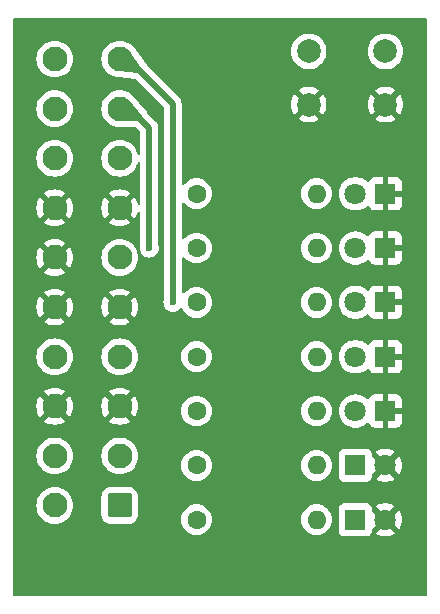
<source format=gbl>
G04 #@! TF.GenerationSoftware,KiCad,Pcbnew,8.0.5*
G04 #@! TF.CreationDate,2024-11-12T19:42:50-03:00*
G04 #@! TF.ProjectId,Teste R_pido Fonte Chaveada,54657374-6520-452e-9170-69646f20466f,rev?*
G04 #@! TF.SameCoordinates,Original*
G04 #@! TF.FileFunction,Copper,L2,Bot*
G04 #@! TF.FilePolarity,Positive*
%FSLAX46Y46*%
G04 Gerber Fmt 4.6, Leading zero omitted, Abs format (unit mm)*
G04 Created by KiCad (PCBNEW 8.0.5) date 2024-11-12 19:42:50*
%MOMM*%
%LPD*%
G01*
G04 APERTURE LIST*
G04 Aperture macros list*
%AMRoundRect*
0 Rectangle with rounded corners*
0 $1 Rounding radius*
0 $2 $3 $4 $5 $6 $7 $8 $9 X,Y pos of 4 corners*
0 Add a 4 corners polygon primitive as box body*
4,1,4,$2,$3,$4,$5,$6,$7,$8,$9,$2,$3,0*
0 Add four circle primitives for the rounded corners*
1,1,$1+$1,$2,$3*
1,1,$1+$1,$4,$5*
1,1,$1+$1,$6,$7*
1,1,$1+$1,$8,$9*
0 Add four rect primitives between the rounded corners*
20,1,$1+$1,$2,$3,$4,$5,0*
20,1,$1+$1,$4,$5,$6,$7,0*
20,1,$1+$1,$6,$7,$8,$9,0*
20,1,$1+$1,$8,$9,$2,$3,0*%
G04 Aperture macros list end*
G04 #@! TA.AperFunction,ComponentPad*
%ADD10R,1.800000X1.800000*%
G04 #@! TD*
G04 #@! TA.AperFunction,ComponentPad*
%ADD11C,1.800000*%
G04 #@! TD*
G04 #@! TA.AperFunction,ComponentPad*
%ADD12C,1.600000*%
G04 #@! TD*
G04 #@! TA.AperFunction,ComponentPad*
%ADD13O,1.600000X1.600000*%
G04 #@! TD*
G04 #@! TA.AperFunction,ComponentPad*
%ADD14RoundRect,0.315000X0.735000X0.735000X-0.735000X0.735000X-0.735000X-0.735000X0.735000X-0.735000X0*%
G04 #@! TD*
G04 #@! TA.AperFunction,ComponentPad*
%ADD15C,2.100000*%
G04 #@! TD*
G04 #@! TA.AperFunction,ComponentPad*
%ADD16C,2.000000*%
G04 #@! TD*
G04 #@! TA.AperFunction,ViaPad*
%ADD17C,0.600000*%
G04 #@! TD*
G04 #@! TA.AperFunction,Conductor*
%ADD18C,0.500000*%
G04 #@! TD*
G04 APERTURE END LIST*
D10*
X131000000Y-65400000D03*
D11*
X128460000Y-65400000D03*
D10*
X131000000Y-79200000D03*
D11*
X128460000Y-79200000D03*
D10*
X131000000Y-83800000D03*
D11*
X128460000Y-83800000D03*
D12*
X115000000Y-79200000D03*
D13*
X125160000Y-79200000D03*
D12*
X115000000Y-74600000D03*
D13*
X125160000Y-74600000D03*
D12*
X115000000Y-88400000D03*
D13*
X125160000Y-88400000D03*
D10*
X128450000Y-93000000D03*
D11*
X130990000Y-93000000D03*
D12*
X115000000Y-93000000D03*
D13*
X125160000Y-93000000D03*
D12*
X115000000Y-65400000D03*
D13*
X125160000Y-65400000D03*
D14*
X108500000Y-91800000D03*
D15*
X108500000Y-87600000D03*
X108500000Y-83400000D03*
X108500000Y-79200000D03*
X108500000Y-75000000D03*
X108500000Y-70800000D03*
X108500000Y-66600000D03*
X108500000Y-62400000D03*
X108500000Y-58200000D03*
X108500000Y-54000000D03*
X103000000Y-91800000D03*
X103000000Y-87600000D03*
X103000000Y-83400000D03*
X103000000Y-79200000D03*
X103000000Y-75000000D03*
X103000000Y-70800000D03*
X103000000Y-66600000D03*
X103000000Y-62400000D03*
X103000000Y-58200000D03*
X103000000Y-54000000D03*
D12*
X115000000Y-70000000D03*
D13*
X125160000Y-70000000D03*
D10*
X128450000Y-88400000D03*
D11*
X130990000Y-88400000D03*
D10*
X131000000Y-70000000D03*
D11*
X128460000Y-70000000D03*
D10*
X131000000Y-74600000D03*
D11*
X128460000Y-74600000D03*
D12*
X115000000Y-83800000D03*
D13*
X125160000Y-83800000D03*
D16*
X131000000Y-57850000D03*
X124500000Y-57850000D03*
X131000000Y-53350000D03*
X124500000Y-53350000D03*
D17*
X113000000Y-74600000D03*
X111000000Y-70000000D03*
D18*
X113000000Y-74600000D02*
X113000000Y-57800000D01*
X113000000Y-57800000D02*
X109200000Y-54000000D01*
X109200000Y-54000000D02*
X108500000Y-54000000D01*
X111000000Y-59800000D02*
X109400000Y-58200000D01*
X111000000Y-70000000D02*
X111000000Y-59800000D01*
X109400000Y-58200000D02*
X108500000Y-58200000D01*
G04 #@! TA.AperFunction,Conductor*
G36*
X134442539Y-50520185D02*
G01*
X134488294Y-50572989D01*
X134499500Y-50624500D01*
X134499500Y-99375500D01*
X134479815Y-99442539D01*
X134427011Y-99488294D01*
X134375500Y-99499500D01*
X99624500Y-99499500D01*
X99557461Y-99479815D01*
X99511706Y-99427011D01*
X99500500Y-99375500D01*
X99500500Y-91800000D01*
X101444706Y-91800000D01*
X101463853Y-92043297D01*
X101463853Y-92043300D01*
X101463854Y-92043302D01*
X101502042Y-92202365D01*
X101520830Y-92280619D01*
X101614222Y-92506089D01*
X101741737Y-92714173D01*
X101741738Y-92714176D01*
X101788375Y-92768781D01*
X101900241Y-92899759D01*
X102017610Y-93000001D01*
X102085823Y-93058261D01*
X102085826Y-93058262D01*
X102293910Y-93185777D01*
X102392689Y-93226692D01*
X102507838Y-93274388D01*
X102519381Y-93279169D01*
X102519378Y-93279169D01*
X102519384Y-93279170D01*
X102519388Y-93279172D01*
X102756698Y-93336146D01*
X103000000Y-93355294D01*
X103243302Y-93336146D01*
X103480612Y-93279172D01*
X103706089Y-93185777D01*
X103914179Y-93058259D01*
X104099759Y-92899759D01*
X104258259Y-92714179D01*
X104385777Y-92506089D01*
X104479172Y-92280612D01*
X104536146Y-92043302D01*
X104555294Y-91800000D01*
X104536146Y-91556698D01*
X104479172Y-91319388D01*
X104385777Y-91093911D01*
X104385777Y-91093910D01*
X104339994Y-91019199D01*
X106949500Y-91019199D01*
X106949500Y-92580800D01*
X106964914Y-92717608D01*
X106964915Y-92717613D01*
X106964916Y-92717614D01*
X106978350Y-92756007D01*
X107025611Y-92891072D01*
X107123382Y-93046673D01*
X107253327Y-93176618D01*
X107408929Y-93274389D01*
X107582386Y-93335084D01*
X107582389Y-93335084D01*
X107582391Y-93335085D01*
X107650795Y-93342792D01*
X107719199Y-93350499D01*
X107719200Y-93350500D01*
X107719204Y-93350500D01*
X109280800Y-93350500D01*
X109280800Y-93350499D01*
X109366856Y-93340803D01*
X109417608Y-93335085D01*
X109417609Y-93335084D01*
X109417614Y-93335084D01*
X109591071Y-93274389D01*
X109746673Y-93176618D01*
X109876618Y-93046673D01*
X109905946Y-92999998D01*
X113694532Y-92999998D01*
X113694532Y-93000001D01*
X113714364Y-93226686D01*
X113714366Y-93226697D01*
X113773258Y-93446488D01*
X113773261Y-93446497D01*
X113869431Y-93652732D01*
X113869432Y-93652734D01*
X113999954Y-93839141D01*
X114160858Y-94000045D01*
X114160861Y-94000047D01*
X114347266Y-94130568D01*
X114553504Y-94226739D01*
X114773308Y-94285635D01*
X114935230Y-94299801D01*
X114999998Y-94305468D01*
X115000000Y-94305468D01*
X115000002Y-94305468D01*
X115056673Y-94300509D01*
X115226692Y-94285635D01*
X115446496Y-94226739D01*
X115652734Y-94130568D01*
X115839139Y-94000047D01*
X116000047Y-93839139D01*
X116130568Y-93652734D01*
X116226739Y-93446496D01*
X116285635Y-93226692D01*
X116305468Y-93000000D01*
X116305468Y-92999998D01*
X123854532Y-92999998D01*
X123854532Y-93000001D01*
X123874364Y-93226686D01*
X123874366Y-93226697D01*
X123933258Y-93446488D01*
X123933261Y-93446497D01*
X124029431Y-93652732D01*
X124029432Y-93652734D01*
X124159954Y-93839141D01*
X124320858Y-94000045D01*
X124320861Y-94000047D01*
X124507266Y-94130568D01*
X124713504Y-94226739D01*
X124933308Y-94285635D01*
X125095230Y-94299801D01*
X125159998Y-94305468D01*
X125160000Y-94305468D01*
X125160002Y-94305468D01*
X125216673Y-94300509D01*
X125386692Y-94285635D01*
X125606496Y-94226739D01*
X125812734Y-94130568D01*
X125999139Y-94000047D01*
X126160047Y-93839139D01*
X126290568Y-93652734D01*
X126386739Y-93446496D01*
X126445635Y-93226692D01*
X126465468Y-93000000D01*
X126465467Y-92999994D01*
X126455938Y-92891071D01*
X126445635Y-92773308D01*
X126386739Y-92553504D01*
X126290568Y-92347266D01*
X126160047Y-92160861D01*
X126160045Y-92160858D01*
X126051322Y-92052135D01*
X127049500Y-92052135D01*
X127049500Y-93947870D01*
X127049501Y-93947876D01*
X127055908Y-94007483D01*
X127106202Y-94142328D01*
X127106206Y-94142335D01*
X127192452Y-94257544D01*
X127192455Y-94257547D01*
X127307664Y-94343793D01*
X127307671Y-94343797D01*
X127442517Y-94394091D01*
X127442516Y-94394091D01*
X127449444Y-94394835D01*
X127502127Y-94400500D01*
X129397872Y-94400499D01*
X129457483Y-94394091D01*
X129592331Y-94343796D01*
X129707546Y-94257546D01*
X129793796Y-94142331D01*
X129844091Y-94007483D01*
X129850500Y-93947873D01*
X129850499Y-93837304D01*
X129870183Y-93770268D01*
X129886818Y-93749626D01*
X130547861Y-93088584D01*
X130570667Y-93173694D01*
X130629910Y-93276306D01*
X130713694Y-93360090D01*
X130816306Y-93419333D01*
X130901414Y-93442138D01*
X130191201Y-94152351D01*
X130221649Y-94176050D01*
X130425697Y-94286476D01*
X130425706Y-94286479D01*
X130645139Y-94361811D01*
X130873993Y-94400000D01*
X131106007Y-94400000D01*
X131334860Y-94361811D01*
X131554293Y-94286479D01*
X131554301Y-94286476D01*
X131758355Y-94176047D01*
X131788797Y-94152351D01*
X131788798Y-94152350D01*
X131078585Y-93442137D01*
X131163694Y-93419333D01*
X131266306Y-93360090D01*
X131350090Y-93276306D01*
X131409333Y-93173694D01*
X131432138Y-93088585D01*
X132141186Y-93797633D01*
X132225482Y-93668611D01*
X132318682Y-93456135D01*
X132375638Y-93231218D01*
X132394798Y-93000005D01*
X132394798Y-92999994D01*
X132375638Y-92768781D01*
X132318682Y-92543864D01*
X132225484Y-92331393D01*
X132141186Y-92202365D01*
X131432137Y-92911414D01*
X131409333Y-92826306D01*
X131350090Y-92723694D01*
X131266306Y-92639910D01*
X131163694Y-92580667D01*
X131078584Y-92557861D01*
X131788797Y-91847647D01*
X131788797Y-91847645D01*
X131758360Y-91823955D01*
X131758354Y-91823951D01*
X131554302Y-91713523D01*
X131554293Y-91713520D01*
X131334860Y-91638188D01*
X131106007Y-91600000D01*
X130873993Y-91600000D01*
X130645139Y-91638188D01*
X130425706Y-91713520D01*
X130425697Y-91713523D01*
X130221650Y-91823949D01*
X130191200Y-91847647D01*
X130901415Y-92557861D01*
X130816306Y-92580667D01*
X130713694Y-92639910D01*
X130629910Y-92723694D01*
X130570667Y-92826306D01*
X130547861Y-92911415D01*
X129886818Y-92250372D01*
X129853333Y-92189049D01*
X129850499Y-92162691D01*
X129850499Y-92052129D01*
X129850498Y-92052123D01*
X129850497Y-92052116D01*
X129844091Y-91992517D01*
X129798183Y-91869432D01*
X129793797Y-91857671D01*
X129793793Y-91857664D01*
X129707547Y-91742455D01*
X129707544Y-91742452D01*
X129592335Y-91656206D01*
X129592328Y-91656202D01*
X129457482Y-91605908D01*
X129457483Y-91605908D01*
X129397883Y-91599501D01*
X129397881Y-91599500D01*
X129397873Y-91599500D01*
X129397864Y-91599500D01*
X127502129Y-91599500D01*
X127502123Y-91599501D01*
X127442516Y-91605908D01*
X127307671Y-91656202D01*
X127307664Y-91656206D01*
X127192455Y-91742452D01*
X127192452Y-91742455D01*
X127106206Y-91857664D01*
X127106202Y-91857671D01*
X127055908Y-91992517D01*
X127055109Y-91999954D01*
X127049501Y-92052123D01*
X127049500Y-92052135D01*
X126051322Y-92052135D01*
X125999141Y-91999954D01*
X125812734Y-91869432D01*
X125812732Y-91869431D01*
X125606497Y-91773261D01*
X125606488Y-91773258D01*
X125386697Y-91714366D01*
X125386693Y-91714365D01*
X125386692Y-91714365D01*
X125386691Y-91714364D01*
X125386686Y-91714364D01*
X125160002Y-91694532D01*
X125159998Y-91694532D01*
X124933313Y-91714364D01*
X124933302Y-91714366D01*
X124713511Y-91773258D01*
X124713502Y-91773261D01*
X124507267Y-91869431D01*
X124507265Y-91869432D01*
X124320858Y-91999954D01*
X124159954Y-92160858D01*
X124029432Y-92347265D01*
X124029431Y-92347267D01*
X123933261Y-92553502D01*
X123933258Y-92553511D01*
X123874366Y-92773302D01*
X123874364Y-92773313D01*
X123854532Y-92999998D01*
X116305468Y-92999998D01*
X116305467Y-92999994D01*
X116295938Y-92891071D01*
X116285635Y-92773308D01*
X116226739Y-92553504D01*
X116130568Y-92347266D01*
X116000047Y-92160861D01*
X116000045Y-92160858D01*
X115839141Y-91999954D01*
X115652734Y-91869432D01*
X115652732Y-91869431D01*
X115446497Y-91773261D01*
X115446488Y-91773258D01*
X115226697Y-91714366D01*
X115226693Y-91714365D01*
X115226692Y-91714365D01*
X115226691Y-91714364D01*
X115226686Y-91714364D01*
X115000002Y-91694532D01*
X114999998Y-91694532D01*
X114773313Y-91714364D01*
X114773302Y-91714366D01*
X114553511Y-91773258D01*
X114553502Y-91773261D01*
X114347267Y-91869431D01*
X114347265Y-91869432D01*
X114160858Y-91999954D01*
X113999954Y-92160858D01*
X113869432Y-92347265D01*
X113869431Y-92347267D01*
X113773261Y-92553502D01*
X113773258Y-92553511D01*
X113714366Y-92773302D01*
X113714364Y-92773313D01*
X113694532Y-92999998D01*
X109905946Y-92999998D01*
X109974389Y-92891071D01*
X110035084Y-92717614D01*
X110035472Y-92714176D01*
X110043839Y-92639910D01*
X110050500Y-92580796D01*
X110050500Y-91019204D01*
X110035472Y-90885826D01*
X110035085Y-90882391D01*
X110035084Y-90882389D01*
X110035084Y-90882386D01*
X109974389Y-90708929D01*
X109876618Y-90553327D01*
X109746673Y-90423382D01*
X109732095Y-90414222D01*
X109591072Y-90325611D01*
X109417608Y-90264914D01*
X109280800Y-90249500D01*
X109280796Y-90249500D01*
X107719204Y-90249500D01*
X107719200Y-90249500D01*
X107582391Y-90264914D01*
X107408927Y-90325611D01*
X107253326Y-90423382D01*
X107123382Y-90553326D01*
X107025611Y-90708927D01*
X106964914Y-90882391D01*
X106949500Y-91019199D01*
X104339994Y-91019199D01*
X104258262Y-90885826D01*
X104258261Y-90885823D01*
X104222453Y-90843897D01*
X104099759Y-90700241D01*
X103977063Y-90595449D01*
X103914176Y-90541738D01*
X103914173Y-90541737D01*
X103706089Y-90414222D01*
X103480618Y-90320830D01*
X103480621Y-90320830D01*
X103247725Y-90264916D01*
X103243302Y-90263854D01*
X103243300Y-90263853D01*
X103243297Y-90263853D01*
X103000000Y-90244706D01*
X102756702Y-90263853D01*
X102519380Y-90320830D01*
X102293910Y-90414222D01*
X102085826Y-90541737D01*
X102085823Y-90541738D01*
X101900241Y-90700241D01*
X101741738Y-90885823D01*
X101741737Y-90885826D01*
X101614222Y-91093910D01*
X101520830Y-91319380D01*
X101463853Y-91556702D01*
X101444706Y-91800000D01*
X99500500Y-91800000D01*
X99500500Y-87600000D01*
X101444706Y-87600000D01*
X101463853Y-87843297D01*
X101463853Y-87843300D01*
X101463854Y-87843302D01*
X101512625Y-88046446D01*
X101520830Y-88080619D01*
X101614222Y-88306089D01*
X101741737Y-88514173D01*
X101741738Y-88514176D01*
X101795449Y-88577063D01*
X101900241Y-88699759D01*
X101963226Y-88753553D01*
X102085823Y-88858261D01*
X102085826Y-88858262D01*
X102293910Y-88985777D01*
X102519381Y-89079169D01*
X102519378Y-89079169D01*
X102519384Y-89079170D01*
X102519388Y-89079172D01*
X102756698Y-89136146D01*
X103000000Y-89155294D01*
X103243302Y-89136146D01*
X103480612Y-89079172D01*
X103706089Y-88985777D01*
X103914179Y-88858259D01*
X104099759Y-88699759D01*
X104258259Y-88514179D01*
X104385777Y-88306089D01*
X104479172Y-88080612D01*
X104536146Y-87843302D01*
X104555294Y-87600000D01*
X106944706Y-87600000D01*
X106963853Y-87843297D01*
X106963853Y-87843300D01*
X106963854Y-87843302D01*
X107012625Y-88046446D01*
X107020830Y-88080619D01*
X107114222Y-88306089D01*
X107241737Y-88514173D01*
X107241738Y-88514176D01*
X107295449Y-88577063D01*
X107400241Y-88699759D01*
X107463226Y-88753553D01*
X107585823Y-88858261D01*
X107585826Y-88858262D01*
X107793910Y-88985777D01*
X108019381Y-89079169D01*
X108019378Y-89079169D01*
X108019384Y-89079170D01*
X108019388Y-89079172D01*
X108256698Y-89136146D01*
X108500000Y-89155294D01*
X108743302Y-89136146D01*
X108980612Y-89079172D01*
X109206089Y-88985777D01*
X109414179Y-88858259D01*
X109599759Y-88699759D01*
X109758259Y-88514179D01*
X109828229Y-88399998D01*
X113694532Y-88399998D01*
X113694532Y-88400001D01*
X113714364Y-88626686D01*
X113714366Y-88626697D01*
X113773258Y-88846488D01*
X113773261Y-88846497D01*
X113869431Y-89052732D01*
X113869432Y-89052734D01*
X113999954Y-89239141D01*
X114160858Y-89400045D01*
X114160861Y-89400047D01*
X114347266Y-89530568D01*
X114553504Y-89626739D01*
X114773308Y-89685635D01*
X114935230Y-89699801D01*
X114999998Y-89705468D01*
X115000000Y-89705468D01*
X115000002Y-89705468D01*
X115056673Y-89700509D01*
X115226692Y-89685635D01*
X115446496Y-89626739D01*
X115652734Y-89530568D01*
X115839139Y-89400047D01*
X116000047Y-89239139D01*
X116130568Y-89052734D01*
X116226739Y-88846496D01*
X116285635Y-88626692D01*
X116305468Y-88400000D01*
X116305468Y-88399998D01*
X123854532Y-88399998D01*
X123854532Y-88400001D01*
X123874364Y-88626686D01*
X123874366Y-88626697D01*
X123933258Y-88846488D01*
X123933261Y-88846497D01*
X124029431Y-89052732D01*
X124029432Y-89052734D01*
X124159954Y-89239141D01*
X124320858Y-89400045D01*
X124320861Y-89400047D01*
X124507266Y-89530568D01*
X124713504Y-89626739D01*
X124933308Y-89685635D01*
X125095230Y-89699801D01*
X125159998Y-89705468D01*
X125160000Y-89705468D01*
X125160002Y-89705468D01*
X125216673Y-89700509D01*
X125386692Y-89685635D01*
X125606496Y-89626739D01*
X125812734Y-89530568D01*
X125999139Y-89400047D01*
X126160047Y-89239139D01*
X126290568Y-89052734D01*
X126386739Y-88846496D01*
X126445635Y-88626692D01*
X126465468Y-88400000D01*
X126465467Y-88399994D01*
X126457252Y-88306089D01*
X126445635Y-88173308D01*
X126386739Y-87953504D01*
X126290568Y-87747266D01*
X126160047Y-87560861D01*
X126160045Y-87560858D01*
X126051322Y-87452135D01*
X127049500Y-87452135D01*
X127049500Y-89347870D01*
X127049501Y-89347876D01*
X127055908Y-89407483D01*
X127106202Y-89542328D01*
X127106206Y-89542335D01*
X127192452Y-89657544D01*
X127192455Y-89657547D01*
X127307664Y-89743793D01*
X127307671Y-89743797D01*
X127442517Y-89794091D01*
X127442516Y-89794091D01*
X127449444Y-89794835D01*
X127502127Y-89800500D01*
X129397872Y-89800499D01*
X129457483Y-89794091D01*
X129592331Y-89743796D01*
X129707546Y-89657546D01*
X129793796Y-89542331D01*
X129844091Y-89407483D01*
X129850500Y-89347873D01*
X129850499Y-89237304D01*
X129870183Y-89170268D01*
X129886818Y-89149626D01*
X130547861Y-88488584D01*
X130570667Y-88573694D01*
X130629910Y-88676306D01*
X130713694Y-88760090D01*
X130816306Y-88819333D01*
X130901414Y-88842138D01*
X130191201Y-89552351D01*
X130221649Y-89576050D01*
X130425697Y-89686476D01*
X130425706Y-89686479D01*
X130645139Y-89761811D01*
X130873993Y-89800000D01*
X131106007Y-89800000D01*
X131334860Y-89761811D01*
X131554293Y-89686479D01*
X131554301Y-89686476D01*
X131758355Y-89576047D01*
X131788797Y-89552351D01*
X131788798Y-89552350D01*
X131078585Y-88842137D01*
X131163694Y-88819333D01*
X131266306Y-88760090D01*
X131350090Y-88676306D01*
X131409333Y-88573694D01*
X131432138Y-88488585D01*
X132141186Y-89197633D01*
X132225482Y-89068611D01*
X132318682Y-88856135D01*
X132375638Y-88631218D01*
X132394798Y-88400005D01*
X132394798Y-88399994D01*
X132375638Y-88168781D01*
X132318682Y-87943864D01*
X132225484Y-87731393D01*
X132141186Y-87602365D01*
X131432137Y-88311414D01*
X131409333Y-88226306D01*
X131350090Y-88123694D01*
X131266306Y-88039910D01*
X131163694Y-87980667D01*
X131078584Y-87957861D01*
X131788797Y-87247647D01*
X131788797Y-87247645D01*
X131758360Y-87223955D01*
X131758354Y-87223951D01*
X131554302Y-87113523D01*
X131554293Y-87113520D01*
X131334860Y-87038188D01*
X131106007Y-87000000D01*
X130873993Y-87000000D01*
X130645139Y-87038188D01*
X130425706Y-87113520D01*
X130425697Y-87113523D01*
X130221650Y-87223949D01*
X130191200Y-87247647D01*
X130901415Y-87957861D01*
X130816306Y-87980667D01*
X130713694Y-88039910D01*
X130629910Y-88123694D01*
X130570667Y-88226306D01*
X130547861Y-88311415D01*
X129886818Y-87650372D01*
X129853333Y-87589049D01*
X129850499Y-87562691D01*
X129850499Y-87452129D01*
X129850498Y-87452123D01*
X129850497Y-87452116D01*
X129844091Y-87392517D01*
X129830731Y-87356698D01*
X129793797Y-87257671D01*
X129793793Y-87257664D01*
X129707547Y-87142455D01*
X129707544Y-87142452D01*
X129592335Y-87056206D01*
X129592328Y-87056202D01*
X129457482Y-87005908D01*
X129457483Y-87005908D01*
X129397883Y-86999501D01*
X129397881Y-86999500D01*
X129397873Y-86999500D01*
X129397864Y-86999500D01*
X127502129Y-86999500D01*
X127502123Y-86999501D01*
X127442516Y-87005908D01*
X127307671Y-87056202D01*
X127307664Y-87056206D01*
X127192455Y-87142452D01*
X127192452Y-87142455D01*
X127106206Y-87257664D01*
X127106202Y-87257671D01*
X127055908Y-87392517D01*
X127055109Y-87399954D01*
X127049501Y-87452123D01*
X127049500Y-87452135D01*
X126051322Y-87452135D01*
X125999141Y-87399954D01*
X125812734Y-87269432D01*
X125812732Y-87269431D01*
X125606497Y-87173261D01*
X125606488Y-87173258D01*
X125386697Y-87114366D01*
X125386693Y-87114365D01*
X125386692Y-87114365D01*
X125386691Y-87114364D01*
X125386686Y-87114364D01*
X125160002Y-87094532D01*
X125159998Y-87094532D01*
X124933313Y-87114364D01*
X124933302Y-87114366D01*
X124713511Y-87173258D01*
X124713502Y-87173261D01*
X124507267Y-87269431D01*
X124507265Y-87269432D01*
X124320858Y-87399954D01*
X124159954Y-87560858D01*
X124029432Y-87747265D01*
X124029431Y-87747267D01*
X123933261Y-87953502D01*
X123933258Y-87953511D01*
X123874366Y-88173302D01*
X123874364Y-88173313D01*
X123854532Y-88399998D01*
X116305468Y-88399998D01*
X116305467Y-88399994D01*
X116297252Y-88306089D01*
X116285635Y-88173308D01*
X116226739Y-87953504D01*
X116130568Y-87747266D01*
X116000047Y-87560861D01*
X116000045Y-87560858D01*
X115839141Y-87399954D01*
X115652734Y-87269432D01*
X115652732Y-87269431D01*
X115446497Y-87173261D01*
X115446488Y-87173258D01*
X115226697Y-87114366D01*
X115226693Y-87114365D01*
X115226692Y-87114365D01*
X115226691Y-87114364D01*
X115226686Y-87114364D01*
X115000002Y-87094532D01*
X114999998Y-87094532D01*
X114773313Y-87114364D01*
X114773302Y-87114366D01*
X114553511Y-87173258D01*
X114553502Y-87173261D01*
X114347267Y-87269431D01*
X114347265Y-87269432D01*
X114160858Y-87399954D01*
X113999954Y-87560858D01*
X113869432Y-87747265D01*
X113869431Y-87747267D01*
X113773261Y-87953502D01*
X113773258Y-87953511D01*
X113714366Y-88173302D01*
X113714364Y-88173313D01*
X113694532Y-88399998D01*
X109828229Y-88399998D01*
X109885777Y-88306089D01*
X109979172Y-88080612D01*
X110036146Y-87843302D01*
X110055294Y-87600000D01*
X110036146Y-87356698D01*
X109979172Y-87119388D01*
X109977092Y-87114366D01*
X109885777Y-86893910D01*
X109758262Y-86685826D01*
X109758261Y-86685823D01*
X109722453Y-86643897D01*
X109599759Y-86500241D01*
X109477063Y-86395449D01*
X109414176Y-86341738D01*
X109414173Y-86341737D01*
X109206089Y-86214222D01*
X108980618Y-86120830D01*
X108980621Y-86120830D01*
X108874992Y-86095470D01*
X108743302Y-86063854D01*
X108743300Y-86063853D01*
X108743297Y-86063853D01*
X108500000Y-86044706D01*
X108256702Y-86063853D01*
X108019380Y-86120830D01*
X107793910Y-86214222D01*
X107585826Y-86341737D01*
X107585823Y-86341738D01*
X107400241Y-86500241D01*
X107241738Y-86685823D01*
X107241737Y-86685826D01*
X107114222Y-86893910D01*
X107020830Y-87119380D01*
X106963853Y-87356702D01*
X106944706Y-87600000D01*
X104555294Y-87600000D01*
X104536146Y-87356698D01*
X104479172Y-87119388D01*
X104477092Y-87114366D01*
X104385777Y-86893910D01*
X104258262Y-86685826D01*
X104258261Y-86685823D01*
X104222453Y-86643897D01*
X104099759Y-86500241D01*
X103977063Y-86395449D01*
X103914176Y-86341738D01*
X103914173Y-86341737D01*
X103706089Y-86214222D01*
X103480618Y-86120830D01*
X103480621Y-86120830D01*
X103374992Y-86095470D01*
X103243302Y-86063854D01*
X103243300Y-86063853D01*
X103243297Y-86063853D01*
X103000000Y-86044706D01*
X102756702Y-86063853D01*
X102519380Y-86120830D01*
X102293910Y-86214222D01*
X102085826Y-86341737D01*
X102085823Y-86341738D01*
X101900241Y-86500241D01*
X101741738Y-86685823D01*
X101741737Y-86685826D01*
X101614222Y-86893910D01*
X101520830Y-87119380D01*
X101463853Y-87356702D01*
X101444706Y-87600000D01*
X99500500Y-87600000D01*
X99500500Y-83400000D01*
X101445207Y-83400000D01*
X101464348Y-83643219D01*
X101521303Y-83880457D01*
X101614668Y-84105861D01*
X101738504Y-84307941D01*
X102360689Y-83685755D01*
X102379668Y-83731574D01*
X102456274Y-83846224D01*
X102553776Y-83943726D01*
X102668426Y-84020332D01*
X102714242Y-84039309D01*
X102092057Y-84661494D01*
X102294138Y-84785331D01*
X102519542Y-84878696D01*
X102756780Y-84935651D01*
X102756779Y-84935651D01*
X103000000Y-84954792D01*
X103243219Y-84935651D01*
X103480457Y-84878696D01*
X103705861Y-84785331D01*
X103907941Y-84661495D01*
X103907941Y-84661494D01*
X103285757Y-84039309D01*
X103331574Y-84020332D01*
X103446224Y-83943726D01*
X103543726Y-83846224D01*
X103620332Y-83731574D01*
X103639309Y-83685756D01*
X104261494Y-84307941D01*
X104261495Y-84307941D01*
X104385331Y-84105861D01*
X104478696Y-83880457D01*
X104535651Y-83643219D01*
X104554792Y-83400000D01*
X106945207Y-83400000D01*
X106964348Y-83643219D01*
X107021303Y-83880457D01*
X107114668Y-84105861D01*
X107238504Y-84307941D01*
X107860689Y-83685755D01*
X107879668Y-83731574D01*
X107956274Y-83846224D01*
X108053776Y-83943726D01*
X108168426Y-84020332D01*
X108214242Y-84039309D01*
X107592057Y-84661494D01*
X107794138Y-84785331D01*
X108019542Y-84878696D01*
X108256780Y-84935651D01*
X108256779Y-84935651D01*
X108500000Y-84954792D01*
X108743219Y-84935651D01*
X108980457Y-84878696D01*
X109205861Y-84785331D01*
X109407941Y-84661495D01*
X109407941Y-84661494D01*
X108785757Y-84039309D01*
X108831574Y-84020332D01*
X108946224Y-83943726D01*
X109043726Y-83846224D01*
X109120332Y-83731574D01*
X109139309Y-83685756D01*
X109761494Y-84307941D01*
X109761495Y-84307941D01*
X109885331Y-84105861D01*
X109978696Y-83880457D01*
X109998012Y-83799998D01*
X113694532Y-83799998D01*
X113694532Y-83800001D01*
X113714364Y-84026686D01*
X113714366Y-84026697D01*
X113773258Y-84246488D01*
X113773261Y-84246497D01*
X113869431Y-84452732D01*
X113869432Y-84452734D01*
X113999954Y-84639141D01*
X114160858Y-84800045D01*
X114160861Y-84800047D01*
X114347266Y-84930568D01*
X114553504Y-85026739D01*
X114773308Y-85085635D01*
X114935230Y-85099801D01*
X114999998Y-85105468D01*
X115000000Y-85105468D01*
X115000002Y-85105468D01*
X115056673Y-85100509D01*
X115226692Y-85085635D01*
X115446496Y-85026739D01*
X115652734Y-84930568D01*
X115839139Y-84800047D01*
X116000047Y-84639139D01*
X116130568Y-84452734D01*
X116226739Y-84246496D01*
X116285635Y-84026692D01*
X116302634Y-83832384D01*
X116305468Y-83800001D01*
X116305468Y-83799998D01*
X123854532Y-83799998D01*
X123854532Y-83800001D01*
X123874364Y-84026686D01*
X123874366Y-84026697D01*
X123933258Y-84246488D01*
X123933261Y-84246497D01*
X124029431Y-84452732D01*
X124029432Y-84452734D01*
X124159954Y-84639141D01*
X124320858Y-84800045D01*
X124320861Y-84800047D01*
X124507266Y-84930568D01*
X124713504Y-85026739D01*
X124933308Y-85085635D01*
X125095230Y-85099801D01*
X125159998Y-85105468D01*
X125160000Y-85105468D01*
X125160002Y-85105468D01*
X125216673Y-85100509D01*
X125386692Y-85085635D01*
X125606496Y-85026739D01*
X125812734Y-84930568D01*
X125999139Y-84800047D01*
X126160047Y-84639139D01*
X126290568Y-84452734D01*
X126386739Y-84246496D01*
X126445635Y-84026692D01*
X126462634Y-83832384D01*
X126465468Y-83800001D01*
X126465468Y-83799998D01*
X126465468Y-83799993D01*
X127054700Y-83799993D01*
X127054700Y-83800006D01*
X127073864Y-84031297D01*
X127073866Y-84031308D01*
X127130842Y-84256300D01*
X127224075Y-84468848D01*
X127351016Y-84663147D01*
X127351019Y-84663151D01*
X127351021Y-84663153D01*
X127508216Y-84833913D01*
X127508219Y-84833915D01*
X127508222Y-84833918D01*
X127691365Y-84976464D01*
X127691371Y-84976468D01*
X127691374Y-84976470D01*
X127895497Y-85086936D01*
X127949479Y-85105468D01*
X128115015Y-85162297D01*
X128115017Y-85162297D01*
X128115019Y-85162298D01*
X128343951Y-85200500D01*
X128343952Y-85200500D01*
X128576048Y-85200500D01*
X128576049Y-85200500D01*
X128804981Y-85162298D01*
X129024503Y-85086936D01*
X129228626Y-84976470D01*
X129281071Y-84935651D01*
X129290129Y-84928600D01*
X129411784Y-84833913D01*
X129420511Y-84824432D01*
X129480394Y-84788441D01*
X129550232Y-84790538D01*
X129607850Y-84830060D01*
X129627924Y-84865080D01*
X129656645Y-84942086D01*
X129656649Y-84942093D01*
X129742809Y-85057187D01*
X129742812Y-85057190D01*
X129857906Y-85143350D01*
X129857913Y-85143354D01*
X129992620Y-85193596D01*
X129992627Y-85193598D01*
X130052155Y-85199999D01*
X130052172Y-85200000D01*
X130750000Y-85200000D01*
X130750000Y-84175277D01*
X130826306Y-84219333D01*
X130940756Y-84250000D01*
X131059244Y-84250000D01*
X131173694Y-84219333D01*
X131250000Y-84175277D01*
X131250000Y-85200000D01*
X131947828Y-85200000D01*
X131947844Y-85199999D01*
X132007372Y-85193598D01*
X132007379Y-85193596D01*
X132142086Y-85143354D01*
X132142093Y-85143350D01*
X132257187Y-85057190D01*
X132257190Y-85057187D01*
X132343350Y-84942093D01*
X132343354Y-84942086D01*
X132393596Y-84807379D01*
X132393598Y-84807372D01*
X132399999Y-84747844D01*
X132400000Y-84747827D01*
X132400000Y-84050000D01*
X131375278Y-84050000D01*
X131419333Y-83973694D01*
X131450000Y-83859244D01*
X131450000Y-83740756D01*
X131419333Y-83626306D01*
X131375278Y-83550000D01*
X132400000Y-83550000D01*
X132400000Y-82852172D01*
X132399999Y-82852155D01*
X132393598Y-82792627D01*
X132393596Y-82792620D01*
X132343354Y-82657913D01*
X132343350Y-82657906D01*
X132257190Y-82542812D01*
X132257187Y-82542809D01*
X132142093Y-82456649D01*
X132142086Y-82456645D01*
X132007379Y-82406403D01*
X132007372Y-82406401D01*
X131947844Y-82400000D01*
X131250000Y-82400000D01*
X131250000Y-83424722D01*
X131173694Y-83380667D01*
X131059244Y-83350000D01*
X130940756Y-83350000D01*
X130826306Y-83380667D01*
X130750000Y-83424722D01*
X130750000Y-82400000D01*
X130052155Y-82400000D01*
X129992627Y-82406401D01*
X129992620Y-82406403D01*
X129857913Y-82456645D01*
X129857906Y-82456649D01*
X129742812Y-82542809D01*
X129742809Y-82542812D01*
X129656649Y-82657906D01*
X129656646Y-82657911D01*
X129627924Y-82734920D01*
X129586052Y-82790853D01*
X129520588Y-82815270D01*
X129452315Y-82800418D01*
X129420514Y-82775571D01*
X129411784Y-82766087D01*
X129411779Y-82766083D01*
X129411777Y-82766081D01*
X129228634Y-82623535D01*
X129228628Y-82623531D01*
X129024504Y-82513064D01*
X129024495Y-82513061D01*
X128804984Y-82437702D01*
X128617404Y-82406401D01*
X128576049Y-82399500D01*
X128343951Y-82399500D01*
X128302596Y-82406401D01*
X128115015Y-82437702D01*
X127895504Y-82513061D01*
X127895495Y-82513064D01*
X127691371Y-82623531D01*
X127691365Y-82623535D01*
X127508222Y-82766081D01*
X127508219Y-82766084D01*
X127508216Y-82766086D01*
X127508216Y-82766087D01*
X127483791Y-82792620D01*
X127351016Y-82936852D01*
X127224075Y-83131151D01*
X127130842Y-83343699D01*
X127073866Y-83568691D01*
X127073864Y-83568702D01*
X127054700Y-83799993D01*
X126465468Y-83799993D01*
X126451751Y-83643219D01*
X126445635Y-83573308D01*
X126386739Y-83353504D01*
X126290568Y-83147266D01*
X126160047Y-82960861D01*
X126160045Y-82960858D01*
X125999141Y-82799954D01*
X125812734Y-82669432D01*
X125812732Y-82669431D01*
X125606497Y-82573261D01*
X125606488Y-82573258D01*
X125386697Y-82514366D01*
X125386693Y-82514365D01*
X125386692Y-82514365D01*
X125386691Y-82514364D01*
X125386686Y-82514364D01*
X125160002Y-82494532D01*
X125159998Y-82494532D01*
X124933313Y-82514364D01*
X124933302Y-82514366D01*
X124713511Y-82573258D01*
X124713502Y-82573261D01*
X124507267Y-82669431D01*
X124507265Y-82669432D01*
X124320858Y-82799954D01*
X124159954Y-82960858D01*
X124029432Y-83147265D01*
X124029431Y-83147267D01*
X123933261Y-83353502D01*
X123933258Y-83353511D01*
X123874366Y-83573302D01*
X123874364Y-83573313D01*
X123854532Y-83799998D01*
X116305468Y-83799998D01*
X116291751Y-83643219D01*
X116285635Y-83573308D01*
X116226739Y-83353504D01*
X116130568Y-83147266D01*
X116000047Y-82960861D01*
X116000045Y-82960858D01*
X115839141Y-82799954D01*
X115652734Y-82669432D01*
X115652732Y-82669431D01*
X115446497Y-82573261D01*
X115446488Y-82573258D01*
X115226697Y-82514366D01*
X115226693Y-82514365D01*
X115226692Y-82514365D01*
X115226691Y-82514364D01*
X115226686Y-82514364D01*
X115000002Y-82494532D01*
X114999998Y-82494532D01*
X114773313Y-82514364D01*
X114773302Y-82514366D01*
X114553511Y-82573258D01*
X114553502Y-82573261D01*
X114347267Y-82669431D01*
X114347265Y-82669432D01*
X114160858Y-82799954D01*
X113999954Y-82960858D01*
X113869432Y-83147265D01*
X113869431Y-83147267D01*
X113773261Y-83353502D01*
X113773258Y-83353511D01*
X113714366Y-83573302D01*
X113714364Y-83573313D01*
X113694532Y-83799998D01*
X109998012Y-83799998D01*
X110035651Y-83643219D01*
X110054792Y-83400000D01*
X110035651Y-83156780D01*
X109978696Y-82919542D01*
X109885331Y-82694138D01*
X109761494Y-82492057D01*
X109139309Y-83114242D01*
X109120332Y-83068426D01*
X109043726Y-82953776D01*
X108946224Y-82856274D01*
X108831574Y-82779668D01*
X108785756Y-82760689D01*
X109407941Y-82138504D01*
X109205861Y-82014668D01*
X108980457Y-81921303D01*
X108743219Y-81864348D01*
X108743220Y-81864348D01*
X108500000Y-81845207D01*
X108256780Y-81864348D01*
X108019542Y-81921303D01*
X107794138Y-82014668D01*
X107592057Y-82138504D01*
X108214243Y-82760689D01*
X108168426Y-82779668D01*
X108053776Y-82856274D01*
X107956274Y-82953776D01*
X107879668Y-83068426D01*
X107860690Y-83114243D01*
X107238504Y-82492057D01*
X107114668Y-82694138D01*
X107021303Y-82919542D01*
X106964348Y-83156780D01*
X106945207Y-83400000D01*
X104554792Y-83400000D01*
X104535651Y-83156780D01*
X104478696Y-82919542D01*
X104385331Y-82694138D01*
X104261494Y-82492057D01*
X103639309Y-83114242D01*
X103620332Y-83068426D01*
X103543726Y-82953776D01*
X103446224Y-82856274D01*
X103331574Y-82779668D01*
X103285756Y-82760689D01*
X103907941Y-82138504D01*
X103705861Y-82014668D01*
X103480457Y-81921303D01*
X103243219Y-81864348D01*
X103243220Y-81864348D01*
X103000000Y-81845207D01*
X102756780Y-81864348D01*
X102519542Y-81921303D01*
X102294138Y-82014668D01*
X102092057Y-82138504D01*
X102714243Y-82760689D01*
X102668426Y-82779668D01*
X102553776Y-82856274D01*
X102456274Y-82953776D01*
X102379668Y-83068426D01*
X102360690Y-83114243D01*
X101738504Y-82492057D01*
X101614668Y-82694138D01*
X101521303Y-82919542D01*
X101464348Y-83156780D01*
X101445207Y-83400000D01*
X99500500Y-83400000D01*
X99500500Y-79200000D01*
X101444706Y-79200000D01*
X101463853Y-79443297D01*
X101463853Y-79443300D01*
X101463854Y-79443302D01*
X101512637Y-79646496D01*
X101520830Y-79680619D01*
X101614222Y-79906089D01*
X101741737Y-80114173D01*
X101741738Y-80114176D01*
X101795449Y-80177063D01*
X101900241Y-80299759D01*
X102043897Y-80422453D01*
X102085823Y-80458261D01*
X102085826Y-80458262D01*
X102293910Y-80585777D01*
X102519381Y-80679169D01*
X102519378Y-80679169D01*
X102519384Y-80679170D01*
X102519388Y-80679172D01*
X102756698Y-80736146D01*
X103000000Y-80755294D01*
X103243302Y-80736146D01*
X103480612Y-80679172D01*
X103706089Y-80585777D01*
X103914179Y-80458259D01*
X104099759Y-80299759D01*
X104258259Y-80114179D01*
X104385777Y-79906089D01*
X104479172Y-79680612D01*
X104536146Y-79443302D01*
X104555294Y-79200000D01*
X106944706Y-79200000D01*
X106963853Y-79443297D01*
X106963853Y-79443300D01*
X106963854Y-79443302D01*
X107012637Y-79646496D01*
X107020830Y-79680619D01*
X107114222Y-79906089D01*
X107241737Y-80114173D01*
X107241738Y-80114176D01*
X107295449Y-80177063D01*
X107400241Y-80299759D01*
X107543897Y-80422453D01*
X107585823Y-80458261D01*
X107585826Y-80458262D01*
X107793910Y-80585777D01*
X108019381Y-80679169D01*
X108019378Y-80679169D01*
X108019384Y-80679170D01*
X108019388Y-80679172D01*
X108256698Y-80736146D01*
X108500000Y-80755294D01*
X108743302Y-80736146D01*
X108980612Y-80679172D01*
X109206089Y-80585777D01*
X109414179Y-80458259D01*
X109599759Y-80299759D01*
X109758259Y-80114179D01*
X109885777Y-79906089D01*
X109979172Y-79680612D01*
X110036146Y-79443302D01*
X110055294Y-79200000D01*
X110055294Y-79199998D01*
X113694532Y-79199998D01*
X113694532Y-79200001D01*
X113714364Y-79426686D01*
X113714366Y-79426697D01*
X113773258Y-79646488D01*
X113773261Y-79646497D01*
X113869431Y-79852732D01*
X113869432Y-79852734D01*
X113999954Y-80039141D01*
X114160858Y-80200045D01*
X114160861Y-80200047D01*
X114347266Y-80330568D01*
X114553504Y-80426739D01*
X114773308Y-80485635D01*
X114935230Y-80499801D01*
X114999998Y-80505468D01*
X115000000Y-80505468D01*
X115000002Y-80505468D01*
X115056673Y-80500509D01*
X115226692Y-80485635D01*
X115446496Y-80426739D01*
X115652734Y-80330568D01*
X115839139Y-80200047D01*
X116000047Y-80039139D01*
X116130568Y-79852734D01*
X116226739Y-79646496D01*
X116285635Y-79426692D01*
X116302634Y-79232384D01*
X116305468Y-79200001D01*
X116305468Y-79199998D01*
X123854532Y-79199998D01*
X123854532Y-79200001D01*
X123874364Y-79426686D01*
X123874366Y-79426697D01*
X123933258Y-79646488D01*
X123933261Y-79646497D01*
X124029431Y-79852732D01*
X124029432Y-79852734D01*
X124159954Y-80039141D01*
X124320858Y-80200045D01*
X124320861Y-80200047D01*
X124507266Y-80330568D01*
X124713504Y-80426739D01*
X124933308Y-80485635D01*
X125095230Y-80499801D01*
X125159998Y-80505468D01*
X125160000Y-80505468D01*
X125160002Y-80505468D01*
X125216673Y-80500509D01*
X125386692Y-80485635D01*
X125606496Y-80426739D01*
X125812734Y-80330568D01*
X125999139Y-80200047D01*
X126160047Y-80039139D01*
X126290568Y-79852734D01*
X126386739Y-79646496D01*
X126445635Y-79426692D01*
X126462634Y-79232384D01*
X126465468Y-79200001D01*
X126465468Y-79199998D01*
X126465468Y-79199993D01*
X127054700Y-79199993D01*
X127054700Y-79200006D01*
X127073864Y-79431297D01*
X127073866Y-79431308D01*
X127130842Y-79656300D01*
X127224075Y-79868848D01*
X127351016Y-80063147D01*
X127351019Y-80063151D01*
X127351021Y-80063153D01*
X127508216Y-80233913D01*
X127508219Y-80233915D01*
X127508222Y-80233918D01*
X127691365Y-80376464D01*
X127691371Y-80376468D01*
X127691374Y-80376470D01*
X127895497Y-80486936D01*
X127949479Y-80505468D01*
X128115015Y-80562297D01*
X128115017Y-80562297D01*
X128115019Y-80562298D01*
X128343951Y-80600500D01*
X128343952Y-80600500D01*
X128576048Y-80600500D01*
X128576049Y-80600500D01*
X128804981Y-80562298D01*
X129024503Y-80486936D01*
X129228626Y-80376470D01*
X129411784Y-80233913D01*
X129420511Y-80224432D01*
X129480394Y-80188441D01*
X129550232Y-80190538D01*
X129607850Y-80230060D01*
X129627924Y-80265080D01*
X129656645Y-80342086D01*
X129656649Y-80342093D01*
X129742809Y-80457187D01*
X129742812Y-80457190D01*
X129857906Y-80543350D01*
X129857913Y-80543354D01*
X129992620Y-80593596D01*
X129992627Y-80593598D01*
X130052155Y-80599999D01*
X130052172Y-80600000D01*
X130750000Y-80600000D01*
X130750000Y-79575277D01*
X130826306Y-79619333D01*
X130940756Y-79650000D01*
X131059244Y-79650000D01*
X131173694Y-79619333D01*
X131250000Y-79575277D01*
X131250000Y-80600000D01*
X131947828Y-80600000D01*
X131947844Y-80599999D01*
X132007372Y-80593598D01*
X132007379Y-80593596D01*
X132142086Y-80543354D01*
X132142093Y-80543350D01*
X132257187Y-80457190D01*
X132257190Y-80457187D01*
X132343350Y-80342093D01*
X132343354Y-80342086D01*
X132393596Y-80207379D01*
X132393598Y-80207372D01*
X132399999Y-80147844D01*
X132400000Y-80147827D01*
X132400000Y-79450000D01*
X131375278Y-79450000D01*
X131419333Y-79373694D01*
X131450000Y-79259244D01*
X131450000Y-79140756D01*
X131419333Y-79026306D01*
X131375278Y-78950000D01*
X132400000Y-78950000D01*
X132400000Y-78252172D01*
X132399999Y-78252155D01*
X132393598Y-78192627D01*
X132393596Y-78192620D01*
X132343354Y-78057913D01*
X132343350Y-78057906D01*
X132257190Y-77942812D01*
X132257187Y-77942809D01*
X132142093Y-77856649D01*
X132142086Y-77856645D01*
X132007379Y-77806403D01*
X132007372Y-77806401D01*
X131947844Y-77800000D01*
X131250000Y-77800000D01*
X131250000Y-78824722D01*
X131173694Y-78780667D01*
X131059244Y-78750000D01*
X130940756Y-78750000D01*
X130826306Y-78780667D01*
X130750000Y-78824722D01*
X130750000Y-77800000D01*
X130052155Y-77800000D01*
X129992627Y-77806401D01*
X129992620Y-77806403D01*
X129857913Y-77856645D01*
X129857906Y-77856649D01*
X129742812Y-77942809D01*
X129742809Y-77942812D01*
X129656649Y-78057906D01*
X129656646Y-78057911D01*
X129627924Y-78134920D01*
X129586052Y-78190853D01*
X129520588Y-78215270D01*
X129452315Y-78200418D01*
X129420514Y-78175571D01*
X129411784Y-78166087D01*
X129411779Y-78166083D01*
X129411777Y-78166081D01*
X129228634Y-78023535D01*
X129228628Y-78023531D01*
X129024504Y-77913064D01*
X129024495Y-77913061D01*
X128804984Y-77837702D01*
X128617404Y-77806401D01*
X128576049Y-77799500D01*
X128343951Y-77799500D01*
X128302596Y-77806401D01*
X128115015Y-77837702D01*
X127895504Y-77913061D01*
X127895495Y-77913064D01*
X127691371Y-78023531D01*
X127691365Y-78023535D01*
X127508222Y-78166081D01*
X127508219Y-78166084D01*
X127508216Y-78166086D01*
X127508216Y-78166087D01*
X127483791Y-78192620D01*
X127351016Y-78336852D01*
X127224075Y-78531151D01*
X127130842Y-78743699D01*
X127073866Y-78968691D01*
X127073864Y-78968702D01*
X127054700Y-79199993D01*
X126465468Y-79199993D01*
X126459801Y-79135230D01*
X126445635Y-78973308D01*
X126386739Y-78753504D01*
X126290568Y-78547266D01*
X126160047Y-78360861D01*
X126160045Y-78360858D01*
X125999141Y-78199954D01*
X125812734Y-78069432D01*
X125812732Y-78069431D01*
X125606497Y-77973261D01*
X125606488Y-77973258D01*
X125386697Y-77914366D01*
X125386693Y-77914365D01*
X125386692Y-77914365D01*
X125386691Y-77914364D01*
X125386686Y-77914364D01*
X125160002Y-77894532D01*
X125159998Y-77894532D01*
X124933313Y-77914364D01*
X124933302Y-77914366D01*
X124713511Y-77973258D01*
X124713502Y-77973261D01*
X124507267Y-78069431D01*
X124507265Y-78069432D01*
X124320858Y-78199954D01*
X124159954Y-78360858D01*
X124029432Y-78547265D01*
X124029431Y-78547267D01*
X123933261Y-78753502D01*
X123933258Y-78753511D01*
X123874366Y-78973302D01*
X123874364Y-78973313D01*
X123854532Y-79199998D01*
X116305468Y-79199998D01*
X116299801Y-79135230D01*
X116285635Y-78973308D01*
X116226739Y-78753504D01*
X116130568Y-78547266D01*
X116000047Y-78360861D01*
X116000045Y-78360858D01*
X115839141Y-78199954D01*
X115652734Y-78069432D01*
X115652732Y-78069431D01*
X115446497Y-77973261D01*
X115446488Y-77973258D01*
X115226697Y-77914366D01*
X115226693Y-77914365D01*
X115226692Y-77914365D01*
X115226691Y-77914364D01*
X115226686Y-77914364D01*
X115000002Y-77894532D01*
X114999998Y-77894532D01*
X114773313Y-77914364D01*
X114773302Y-77914366D01*
X114553511Y-77973258D01*
X114553502Y-77973261D01*
X114347267Y-78069431D01*
X114347265Y-78069432D01*
X114160858Y-78199954D01*
X113999954Y-78360858D01*
X113869432Y-78547265D01*
X113869431Y-78547267D01*
X113773261Y-78753502D01*
X113773258Y-78753511D01*
X113714366Y-78973302D01*
X113714364Y-78973313D01*
X113694532Y-79199998D01*
X110055294Y-79199998D01*
X110036146Y-78956698D01*
X109979172Y-78719388D01*
X109907878Y-78547267D01*
X109885777Y-78493910D01*
X109758262Y-78285826D01*
X109758261Y-78285823D01*
X109685318Y-78200418D01*
X109599759Y-78100241D01*
X109415433Y-77942812D01*
X109414176Y-77941738D01*
X109414173Y-77941737D01*
X109206089Y-77814222D01*
X108980618Y-77720830D01*
X108980621Y-77720830D01*
X108874992Y-77695470D01*
X108743302Y-77663854D01*
X108743300Y-77663853D01*
X108743297Y-77663853D01*
X108500000Y-77644706D01*
X108256702Y-77663853D01*
X108019380Y-77720830D01*
X107793910Y-77814222D01*
X107585826Y-77941737D01*
X107585823Y-77941738D01*
X107400241Y-78100241D01*
X107241738Y-78285823D01*
X107241737Y-78285826D01*
X107114222Y-78493910D01*
X107020830Y-78719380D01*
X106963853Y-78956702D01*
X106944706Y-79200000D01*
X104555294Y-79200000D01*
X104536146Y-78956698D01*
X104479172Y-78719388D01*
X104407878Y-78547267D01*
X104385777Y-78493910D01*
X104258262Y-78285826D01*
X104258261Y-78285823D01*
X104185318Y-78200418D01*
X104099759Y-78100241D01*
X103915433Y-77942812D01*
X103914176Y-77941738D01*
X103914173Y-77941737D01*
X103706089Y-77814222D01*
X103480618Y-77720830D01*
X103480621Y-77720830D01*
X103374992Y-77695470D01*
X103243302Y-77663854D01*
X103243300Y-77663853D01*
X103243297Y-77663853D01*
X103000000Y-77644706D01*
X102756702Y-77663853D01*
X102519380Y-77720830D01*
X102293910Y-77814222D01*
X102085826Y-77941737D01*
X102085823Y-77941738D01*
X101900241Y-78100241D01*
X101741738Y-78285823D01*
X101741737Y-78285826D01*
X101614222Y-78493910D01*
X101520830Y-78719380D01*
X101463853Y-78956702D01*
X101444706Y-79200000D01*
X99500500Y-79200000D01*
X99500500Y-75000000D01*
X101445207Y-75000000D01*
X101464348Y-75243219D01*
X101521303Y-75480457D01*
X101614668Y-75705861D01*
X101738504Y-75907941D01*
X102360689Y-75285755D01*
X102379668Y-75331574D01*
X102456274Y-75446224D01*
X102553776Y-75543726D01*
X102668426Y-75620332D01*
X102714242Y-75639309D01*
X102092057Y-76261494D01*
X102294138Y-76385331D01*
X102519542Y-76478696D01*
X102756780Y-76535651D01*
X102756779Y-76535651D01*
X103000000Y-76554792D01*
X103243219Y-76535651D01*
X103480457Y-76478696D01*
X103705861Y-76385331D01*
X103907941Y-76261495D01*
X103907941Y-76261494D01*
X103285757Y-75639309D01*
X103331574Y-75620332D01*
X103446224Y-75543726D01*
X103543726Y-75446224D01*
X103620332Y-75331574D01*
X103639309Y-75285756D01*
X104261494Y-75907941D01*
X104261495Y-75907941D01*
X104385331Y-75705861D01*
X104478696Y-75480457D01*
X104535651Y-75243219D01*
X104554792Y-75000000D01*
X106945207Y-75000000D01*
X106964348Y-75243219D01*
X107021303Y-75480457D01*
X107114668Y-75705861D01*
X107238504Y-75907941D01*
X107860689Y-75285755D01*
X107879668Y-75331574D01*
X107956274Y-75446224D01*
X108053776Y-75543726D01*
X108168426Y-75620332D01*
X108214242Y-75639309D01*
X107592057Y-76261494D01*
X107794138Y-76385331D01*
X108019542Y-76478696D01*
X108256780Y-76535651D01*
X108256779Y-76535651D01*
X108500000Y-76554792D01*
X108743219Y-76535651D01*
X108980457Y-76478696D01*
X109205861Y-76385331D01*
X109407941Y-76261495D01*
X109407941Y-76261494D01*
X108785757Y-75639309D01*
X108831574Y-75620332D01*
X108946224Y-75543726D01*
X109043726Y-75446224D01*
X109120332Y-75331574D01*
X109139309Y-75285756D01*
X109761494Y-75907941D01*
X109761495Y-75907941D01*
X109885331Y-75705861D01*
X109978696Y-75480457D01*
X110035651Y-75243219D01*
X110054792Y-75000000D01*
X110035651Y-74756780D01*
X109978696Y-74519542D01*
X109885331Y-74294138D01*
X109761494Y-74092057D01*
X109139309Y-74714242D01*
X109120332Y-74668426D01*
X109043726Y-74553776D01*
X108946224Y-74456274D01*
X108831574Y-74379668D01*
X108785756Y-74360689D01*
X109407941Y-73738504D01*
X109205861Y-73614668D01*
X108980457Y-73521303D01*
X108743219Y-73464348D01*
X108743220Y-73464348D01*
X108500000Y-73445207D01*
X108256780Y-73464348D01*
X108019542Y-73521303D01*
X107794138Y-73614668D01*
X107592057Y-73738504D01*
X108214243Y-74360689D01*
X108168426Y-74379668D01*
X108053776Y-74456274D01*
X107956274Y-74553776D01*
X107879668Y-74668426D01*
X107860690Y-74714243D01*
X107238504Y-74092057D01*
X107114668Y-74294138D01*
X107021303Y-74519542D01*
X106964348Y-74756780D01*
X106945207Y-75000000D01*
X104554792Y-75000000D01*
X104535651Y-74756780D01*
X104478696Y-74519542D01*
X104385331Y-74294138D01*
X104261494Y-74092057D01*
X103639309Y-74714242D01*
X103620332Y-74668426D01*
X103543726Y-74553776D01*
X103446224Y-74456274D01*
X103331574Y-74379668D01*
X103285756Y-74360689D01*
X103907941Y-73738504D01*
X103705861Y-73614668D01*
X103480457Y-73521303D01*
X103243219Y-73464348D01*
X103243220Y-73464348D01*
X103000000Y-73445207D01*
X102756780Y-73464348D01*
X102519542Y-73521303D01*
X102294138Y-73614668D01*
X102092057Y-73738504D01*
X102714243Y-74360689D01*
X102668426Y-74379668D01*
X102553776Y-74456274D01*
X102456274Y-74553776D01*
X102379668Y-74668426D01*
X102360690Y-74714243D01*
X101738504Y-74092057D01*
X101614668Y-74294138D01*
X101521303Y-74519542D01*
X101464348Y-74756780D01*
X101445207Y-75000000D01*
X99500500Y-75000000D01*
X99500500Y-70800000D01*
X101445207Y-70800000D01*
X101464348Y-71043219D01*
X101521303Y-71280457D01*
X101614668Y-71505861D01*
X101738504Y-71707941D01*
X102360689Y-71085755D01*
X102379668Y-71131574D01*
X102456274Y-71246224D01*
X102553776Y-71343726D01*
X102668426Y-71420332D01*
X102714242Y-71439309D01*
X102092057Y-72061494D01*
X102294138Y-72185331D01*
X102519542Y-72278696D01*
X102756780Y-72335651D01*
X102756779Y-72335651D01*
X103000000Y-72354792D01*
X103243219Y-72335651D01*
X103480457Y-72278696D01*
X103705861Y-72185331D01*
X103907941Y-72061495D01*
X103907941Y-72061494D01*
X103285757Y-71439309D01*
X103331574Y-71420332D01*
X103446224Y-71343726D01*
X103543726Y-71246224D01*
X103620332Y-71131574D01*
X103639309Y-71085756D01*
X104261494Y-71707941D01*
X104261495Y-71707941D01*
X104385331Y-71505861D01*
X104478696Y-71280457D01*
X104535651Y-71043219D01*
X104554792Y-70800000D01*
X106944706Y-70800000D01*
X106963853Y-71043297D01*
X106963853Y-71043300D01*
X106963854Y-71043302D01*
X106995825Y-71176470D01*
X107020830Y-71280619D01*
X107114222Y-71506089D01*
X107241737Y-71714173D01*
X107241738Y-71714176D01*
X107241741Y-71714179D01*
X107400241Y-71899759D01*
X107543897Y-72022453D01*
X107585823Y-72058261D01*
X107585826Y-72058262D01*
X107793910Y-72185777D01*
X108019381Y-72279169D01*
X108019378Y-72279169D01*
X108019384Y-72279170D01*
X108019388Y-72279172D01*
X108256698Y-72336146D01*
X108500000Y-72355294D01*
X108743302Y-72336146D01*
X108980612Y-72279172D01*
X109206089Y-72185777D01*
X109414179Y-72058259D01*
X109599759Y-71899759D01*
X109758259Y-71714179D01*
X109885777Y-71506089D01*
X109979172Y-71280612D01*
X110036146Y-71043302D01*
X110055294Y-70800000D01*
X110036146Y-70556698D01*
X109979172Y-70319388D01*
X109950431Y-70250000D01*
X109885777Y-70093910D01*
X109758262Y-69885826D01*
X109758261Y-69885823D01*
X109707428Y-69826306D01*
X109599759Y-69700241D01*
X109427952Y-69553504D01*
X109414176Y-69541738D01*
X109414173Y-69541737D01*
X109206089Y-69414222D01*
X108980618Y-69320830D01*
X108980621Y-69320830D01*
X108874992Y-69295470D01*
X108743302Y-69263854D01*
X108743300Y-69263853D01*
X108743297Y-69263853D01*
X108500000Y-69244706D01*
X108256702Y-69263853D01*
X108019380Y-69320830D01*
X107793910Y-69414222D01*
X107585826Y-69541737D01*
X107585823Y-69541738D01*
X107400241Y-69700241D01*
X107241738Y-69885823D01*
X107241737Y-69885826D01*
X107114222Y-70093910D01*
X107020830Y-70319380D01*
X106963853Y-70556702D01*
X106944706Y-70800000D01*
X104554792Y-70800000D01*
X104535651Y-70556780D01*
X104478696Y-70319542D01*
X104385331Y-70094138D01*
X104261494Y-69892057D01*
X103639309Y-70514242D01*
X103620332Y-70468426D01*
X103543726Y-70353776D01*
X103446224Y-70256274D01*
X103331574Y-70179668D01*
X103285756Y-70160689D01*
X103907941Y-69538504D01*
X103705861Y-69414668D01*
X103480457Y-69321303D01*
X103243219Y-69264348D01*
X103243220Y-69264348D01*
X103000000Y-69245207D01*
X102756780Y-69264348D01*
X102519542Y-69321303D01*
X102294138Y-69414668D01*
X102092057Y-69538504D01*
X102714243Y-70160689D01*
X102668426Y-70179668D01*
X102553776Y-70256274D01*
X102456274Y-70353776D01*
X102379668Y-70468426D01*
X102360690Y-70514243D01*
X101738504Y-69892057D01*
X101614668Y-70094138D01*
X101521303Y-70319542D01*
X101464348Y-70556780D01*
X101445207Y-70800000D01*
X99500500Y-70800000D01*
X99500500Y-66600000D01*
X101445207Y-66600000D01*
X101464348Y-66843219D01*
X101521303Y-67080457D01*
X101614668Y-67305861D01*
X101738504Y-67507941D01*
X102360689Y-66885755D01*
X102379668Y-66931574D01*
X102456274Y-67046224D01*
X102553776Y-67143726D01*
X102668426Y-67220332D01*
X102714242Y-67239309D01*
X102092057Y-67861494D01*
X102294138Y-67985331D01*
X102519542Y-68078696D01*
X102756780Y-68135651D01*
X102756779Y-68135651D01*
X103000000Y-68154792D01*
X103243219Y-68135651D01*
X103480457Y-68078696D01*
X103705861Y-67985331D01*
X103907941Y-67861495D01*
X103907941Y-67861494D01*
X103285757Y-67239309D01*
X103331574Y-67220332D01*
X103446224Y-67143726D01*
X103543726Y-67046224D01*
X103620332Y-66931574D01*
X103639309Y-66885756D01*
X104261494Y-67507941D01*
X104261495Y-67507941D01*
X104385331Y-67305861D01*
X104478696Y-67080457D01*
X104535651Y-66843219D01*
X104554792Y-66600000D01*
X104535651Y-66356780D01*
X104478696Y-66119542D01*
X104385331Y-65894138D01*
X104261494Y-65692057D01*
X103639309Y-66314242D01*
X103620332Y-66268426D01*
X103543726Y-66153776D01*
X103446224Y-66056274D01*
X103331574Y-65979668D01*
X103285756Y-65960689D01*
X103907941Y-65338504D01*
X103705861Y-65214668D01*
X103480457Y-65121303D01*
X103243219Y-65064348D01*
X103243220Y-65064348D01*
X103000000Y-65045207D01*
X102756780Y-65064348D01*
X102519542Y-65121303D01*
X102294138Y-65214668D01*
X102092057Y-65338504D01*
X102714243Y-65960689D01*
X102668426Y-65979668D01*
X102553776Y-66056274D01*
X102456274Y-66153776D01*
X102379668Y-66268426D01*
X102360690Y-66314243D01*
X101738504Y-65692057D01*
X101614668Y-65894138D01*
X101521303Y-66119542D01*
X101464348Y-66356780D01*
X101445207Y-66600000D01*
X99500500Y-66600000D01*
X99500500Y-62400000D01*
X101444706Y-62400000D01*
X101463853Y-62643297D01*
X101463853Y-62643300D01*
X101463854Y-62643302D01*
X101480526Y-62712746D01*
X101520830Y-62880619D01*
X101614222Y-63106089D01*
X101741737Y-63314173D01*
X101741738Y-63314176D01*
X101741741Y-63314179D01*
X101900241Y-63499759D01*
X102043897Y-63622453D01*
X102085823Y-63658261D01*
X102085826Y-63658262D01*
X102293910Y-63785777D01*
X102519381Y-63879169D01*
X102519378Y-63879169D01*
X102519384Y-63879170D01*
X102519388Y-63879172D01*
X102756698Y-63936146D01*
X103000000Y-63955294D01*
X103243302Y-63936146D01*
X103480612Y-63879172D01*
X103706089Y-63785777D01*
X103914179Y-63658259D01*
X104099759Y-63499759D01*
X104258259Y-63314179D01*
X104385777Y-63106089D01*
X104479172Y-62880612D01*
X104536146Y-62643302D01*
X104555294Y-62400000D01*
X104536146Y-62156698D01*
X104479172Y-61919388D01*
X104385777Y-61693911D01*
X104385777Y-61693910D01*
X104258262Y-61485826D01*
X104258261Y-61485823D01*
X104222453Y-61443897D01*
X104099759Y-61300241D01*
X103977063Y-61195449D01*
X103914176Y-61141738D01*
X103914173Y-61141737D01*
X103706089Y-61014222D01*
X103480618Y-60920830D01*
X103480621Y-60920830D01*
X103374992Y-60895470D01*
X103243302Y-60863854D01*
X103243300Y-60863853D01*
X103243297Y-60863853D01*
X103000000Y-60844706D01*
X102756702Y-60863853D01*
X102519380Y-60920830D01*
X102293910Y-61014222D01*
X102085826Y-61141737D01*
X102085823Y-61141738D01*
X101900241Y-61300241D01*
X101741738Y-61485823D01*
X101741737Y-61485826D01*
X101614222Y-61693910D01*
X101520830Y-61919380D01*
X101463853Y-62156702D01*
X101444706Y-62400000D01*
X99500500Y-62400000D01*
X99500500Y-58200000D01*
X101444706Y-58200000D01*
X101463853Y-58443297D01*
X101463853Y-58443300D01*
X101463854Y-58443302D01*
X101493400Y-58566369D01*
X101520830Y-58680619D01*
X101614222Y-58906089D01*
X101741737Y-59114173D01*
X101741738Y-59114176D01*
X101741741Y-59114179D01*
X101900241Y-59299759D01*
X101983585Y-59370941D01*
X102085823Y-59458261D01*
X102085826Y-59458262D01*
X102293910Y-59585777D01*
X102475347Y-59660930D01*
X102497546Y-59670125D01*
X102519381Y-59679169D01*
X102519378Y-59679169D01*
X102519384Y-59679170D01*
X102519388Y-59679172D01*
X102756698Y-59736146D01*
X103000000Y-59755294D01*
X103243302Y-59736146D01*
X103480612Y-59679172D01*
X103706089Y-59585777D01*
X103914179Y-59458259D01*
X104099759Y-59299759D01*
X104258259Y-59114179D01*
X104385777Y-58906089D01*
X104479172Y-58680612D01*
X104536146Y-58443302D01*
X104555294Y-58200000D01*
X106944706Y-58200000D01*
X106963853Y-58443297D01*
X106963853Y-58443300D01*
X106963854Y-58443302D01*
X106993400Y-58566369D01*
X107020830Y-58680619D01*
X107114222Y-58906089D01*
X107241737Y-59114173D01*
X107241738Y-59114176D01*
X107241741Y-59114179D01*
X107400241Y-59299759D01*
X107483585Y-59370941D01*
X107585823Y-59458261D01*
X107585826Y-59458262D01*
X107793910Y-59585777D01*
X107975347Y-59660930D01*
X107997546Y-59670125D01*
X108019381Y-59679169D01*
X108019378Y-59679169D01*
X108019384Y-59679170D01*
X108019388Y-59679172D01*
X108256698Y-59736146D01*
X108500000Y-59755294D01*
X108504507Y-59754939D01*
X108520874Y-59755255D01*
X108520895Y-59754808D01*
X108525316Y-59755007D01*
X108525319Y-59755006D01*
X108525320Y-59755007D01*
X109805225Y-59721266D01*
X109872760Y-59739177D01*
X109896174Y-59757542D01*
X110213181Y-60074549D01*
X110246666Y-60135872D01*
X110249500Y-60162230D01*
X110249500Y-61997714D01*
X110229815Y-62064753D01*
X110177011Y-62110508D01*
X110107853Y-62120452D01*
X110044297Y-62091427D01*
X110006523Y-62032649D01*
X110004932Y-62026685D01*
X109979172Y-61919388D01*
X109885777Y-61693911D01*
X109885777Y-61693910D01*
X109758262Y-61485826D01*
X109758261Y-61485823D01*
X109722453Y-61443897D01*
X109599759Y-61300241D01*
X109477063Y-61195449D01*
X109414176Y-61141738D01*
X109414173Y-61141737D01*
X109206089Y-61014222D01*
X108980618Y-60920830D01*
X108980621Y-60920830D01*
X108874992Y-60895470D01*
X108743302Y-60863854D01*
X108743300Y-60863853D01*
X108743297Y-60863853D01*
X108500000Y-60844706D01*
X108256702Y-60863853D01*
X108019380Y-60920830D01*
X107793910Y-61014222D01*
X107585826Y-61141737D01*
X107585823Y-61141738D01*
X107400241Y-61300241D01*
X107241738Y-61485823D01*
X107241737Y-61485826D01*
X107114222Y-61693910D01*
X107020830Y-61919380D01*
X106963853Y-62156702D01*
X106944706Y-62400000D01*
X106963853Y-62643297D01*
X106963853Y-62643300D01*
X106963854Y-62643302D01*
X106980526Y-62712746D01*
X107020830Y-62880619D01*
X107114222Y-63106089D01*
X107241737Y-63314173D01*
X107241738Y-63314176D01*
X107241741Y-63314179D01*
X107400241Y-63499759D01*
X107543897Y-63622453D01*
X107585823Y-63658261D01*
X107585826Y-63658262D01*
X107793910Y-63785777D01*
X108019381Y-63879169D01*
X108019378Y-63879169D01*
X108019384Y-63879170D01*
X108019388Y-63879172D01*
X108256698Y-63936146D01*
X108500000Y-63955294D01*
X108743302Y-63936146D01*
X108980612Y-63879172D01*
X109206089Y-63785777D01*
X109414179Y-63658259D01*
X109599759Y-63499759D01*
X109758259Y-63314179D01*
X109885777Y-63106089D01*
X109979172Y-62880612D01*
X110004927Y-62773334D01*
X110039717Y-62712746D01*
X110101743Y-62680582D01*
X110171312Y-62687058D01*
X110226336Y-62730118D01*
X110249345Y-62796090D01*
X110249500Y-62802285D01*
X110249500Y-66199850D01*
X110229815Y-66266889D01*
X110177011Y-66312644D01*
X110107853Y-66322588D01*
X110044297Y-66293563D01*
X110006523Y-66234785D01*
X110004926Y-66228797D01*
X109978696Y-66119542D01*
X109885331Y-65894138D01*
X109761494Y-65692057D01*
X109139309Y-66314242D01*
X109120332Y-66268426D01*
X109043726Y-66153776D01*
X108946224Y-66056274D01*
X108831574Y-65979668D01*
X108785756Y-65960689D01*
X109407941Y-65338504D01*
X109205861Y-65214668D01*
X108980457Y-65121303D01*
X108743219Y-65064348D01*
X108743220Y-65064348D01*
X108500000Y-65045207D01*
X108256780Y-65064348D01*
X108019542Y-65121303D01*
X107794138Y-65214668D01*
X107592057Y-65338504D01*
X108214243Y-65960689D01*
X108168426Y-65979668D01*
X108053776Y-66056274D01*
X107956274Y-66153776D01*
X107879668Y-66268426D01*
X107860690Y-66314243D01*
X107238504Y-65692057D01*
X107114668Y-65894138D01*
X107021303Y-66119542D01*
X106964348Y-66356780D01*
X106945207Y-66600000D01*
X106964348Y-66843219D01*
X107021303Y-67080457D01*
X107114668Y-67305861D01*
X107238504Y-67507941D01*
X107860689Y-66885755D01*
X107879668Y-66931574D01*
X107956274Y-67046224D01*
X108053776Y-67143726D01*
X108168426Y-67220332D01*
X108214242Y-67239309D01*
X107592057Y-67861494D01*
X107794138Y-67985331D01*
X108019542Y-68078696D01*
X108256780Y-68135651D01*
X108256779Y-68135651D01*
X108500000Y-68154792D01*
X108743219Y-68135651D01*
X108980457Y-68078696D01*
X109205861Y-67985331D01*
X109407941Y-67861495D01*
X109407941Y-67861494D01*
X108785757Y-67239309D01*
X108831574Y-67220332D01*
X108946224Y-67143726D01*
X109043726Y-67046224D01*
X109120332Y-66931574D01*
X109139309Y-66885756D01*
X109761494Y-67507941D01*
X109761495Y-67507941D01*
X109885331Y-67305861D01*
X109978696Y-67080457D01*
X110004926Y-66971202D01*
X110039717Y-66910610D01*
X110101743Y-66878446D01*
X110171312Y-66884922D01*
X110226336Y-66927982D01*
X110249345Y-66993954D01*
X110249500Y-67000149D01*
X110249500Y-69700028D01*
X110242542Y-69740982D01*
X110214631Y-69820747D01*
X110194435Y-69999996D01*
X110194435Y-70000003D01*
X110214630Y-70179249D01*
X110214631Y-70179254D01*
X110274211Y-70349523D01*
X110341304Y-70456300D01*
X110370184Y-70502262D01*
X110497738Y-70629816D01*
X110650478Y-70725789D01*
X110729449Y-70753422D01*
X110820745Y-70785368D01*
X110820750Y-70785369D01*
X110999996Y-70805565D01*
X111000000Y-70805565D01*
X111000004Y-70805565D01*
X111179249Y-70785369D01*
X111179252Y-70785368D01*
X111179255Y-70785368D01*
X111349522Y-70725789D01*
X111502262Y-70629816D01*
X111629816Y-70502262D01*
X111725789Y-70349522D01*
X111785368Y-70179255D01*
X111794298Y-70100000D01*
X111805565Y-70000003D01*
X111805565Y-69999996D01*
X111792100Y-69880496D01*
X111785368Y-69820745D01*
X111757458Y-69740982D01*
X111750500Y-69700028D01*
X111750500Y-59726082D01*
X111749263Y-59719862D01*
X111739369Y-59670125D01*
X111721659Y-59581088D01*
X111667408Y-59450118D01*
X111665765Y-59445524D01*
X111615931Y-59370941D01*
X111582950Y-59321581D01*
X111582947Y-59321578D01*
X110809423Y-58548055D01*
X110791559Y-58525461D01*
X110790263Y-58523359D01*
X110790262Y-58523358D01*
X110119353Y-57719380D01*
X109765667Y-57295543D01*
X109760557Y-57288985D01*
X109758268Y-57285836D01*
X109758259Y-57285821D01*
X109727915Y-57250292D01*
X109727093Y-57249319D01*
X109638764Y-57143469D01*
X109624006Y-57126564D01*
X109623993Y-57126549D01*
X109623291Y-57125780D01*
X109619439Y-57122155D01*
X109610143Y-57112399D01*
X109599759Y-57100241D01*
X109477063Y-56995449D01*
X109414176Y-56941738D01*
X109414173Y-56941737D01*
X109206089Y-56814222D01*
X108980618Y-56720830D01*
X108980621Y-56720830D01*
X108874992Y-56695470D01*
X108743302Y-56663854D01*
X108743300Y-56663853D01*
X108743297Y-56663853D01*
X108500000Y-56644706D01*
X108256702Y-56663853D01*
X108019380Y-56720830D01*
X107793910Y-56814222D01*
X107585826Y-56941737D01*
X107585823Y-56941738D01*
X107400241Y-57100241D01*
X107241738Y-57285823D01*
X107241737Y-57285826D01*
X107114222Y-57493910D01*
X107020830Y-57719380D01*
X107020828Y-57719387D01*
X107020828Y-57719388D01*
X106989472Y-57849994D01*
X106963853Y-57956702D01*
X106944706Y-58200000D01*
X104555294Y-58200000D01*
X104536146Y-57956698D01*
X104479172Y-57719388D01*
X104469999Y-57697242D01*
X104385777Y-57493910D01*
X104258262Y-57285826D01*
X104258261Y-57285823D01*
X104136689Y-57143481D01*
X104099759Y-57100241D01*
X103977063Y-56995449D01*
X103914176Y-56941738D01*
X103914173Y-56941737D01*
X103706089Y-56814222D01*
X103480618Y-56720830D01*
X103480621Y-56720830D01*
X103374992Y-56695470D01*
X103243302Y-56663854D01*
X103243300Y-56663853D01*
X103243297Y-56663853D01*
X103000000Y-56644706D01*
X102756702Y-56663853D01*
X102519380Y-56720830D01*
X102293910Y-56814222D01*
X102085826Y-56941737D01*
X102085823Y-56941738D01*
X101900241Y-57100241D01*
X101741738Y-57285823D01*
X101741737Y-57285826D01*
X101614222Y-57493910D01*
X101520830Y-57719380D01*
X101520828Y-57719387D01*
X101520828Y-57719388D01*
X101489472Y-57849994D01*
X101463853Y-57956702D01*
X101444706Y-58200000D01*
X99500500Y-58200000D01*
X99500500Y-54000000D01*
X101444706Y-54000000D01*
X101463853Y-54243297D01*
X101463853Y-54243300D01*
X101463854Y-54243302D01*
X101515336Y-54457738D01*
X101520830Y-54480619D01*
X101614222Y-54706089D01*
X101741737Y-54914173D01*
X101741738Y-54914176D01*
X101741741Y-54914179D01*
X101900241Y-55099759D01*
X102043897Y-55222453D01*
X102085823Y-55258261D01*
X102085826Y-55258262D01*
X102293910Y-55385777D01*
X102519381Y-55479169D01*
X102519378Y-55479169D01*
X102519384Y-55479170D01*
X102519388Y-55479172D01*
X102756698Y-55536146D01*
X103000000Y-55555294D01*
X103243302Y-55536146D01*
X103480612Y-55479172D01*
X103706089Y-55385777D01*
X103914179Y-55258259D01*
X104099759Y-55099759D01*
X104258259Y-54914179D01*
X104385777Y-54706089D01*
X104479172Y-54480612D01*
X104536146Y-54243302D01*
X104555294Y-54000000D01*
X106944706Y-54000000D01*
X106963853Y-54243297D01*
X106963853Y-54243300D01*
X106963854Y-54243302D01*
X107015336Y-54457738D01*
X107020830Y-54480619D01*
X107114222Y-54706089D01*
X107241737Y-54914173D01*
X107241738Y-54914176D01*
X107241741Y-54914179D01*
X107400241Y-55099759D01*
X107543897Y-55222453D01*
X107585823Y-55258261D01*
X107585826Y-55258262D01*
X107793910Y-55385777D01*
X108019381Y-55479169D01*
X108019378Y-55479169D01*
X108019384Y-55479170D01*
X108019388Y-55479172D01*
X108256698Y-55536146D01*
X108447998Y-55551201D01*
X108465960Y-55553950D01*
X108469090Y-55554668D01*
X109758284Y-55661219D01*
X109823472Y-55686359D01*
X109835749Y-55697117D01*
X112213181Y-58074548D01*
X112246666Y-58135871D01*
X112249500Y-58162229D01*
X112249500Y-74300028D01*
X112242542Y-74340982D01*
X112214631Y-74420747D01*
X112194435Y-74599996D01*
X112194435Y-74600003D01*
X112214630Y-74779249D01*
X112214631Y-74779254D01*
X112274211Y-74949523D01*
X112341304Y-75056300D01*
X112370184Y-75102262D01*
X112497738Y-75229816D01*
X112650478Y-75325789D01*
X112667011Y-75331574D01*
X112820745Y-75385368D01*
X112820750Y-75385369D01*
X112999996Y-75405565D01*
X113000000Y-75405565D01*
X113000004Y-75405565D01*
X113179249Y-75385369D01*
X113179252Y-75385368D01*
X113179255Y-75385368D01*
X113349522Y-75325789D01*
X113502262Y-75229816D01*
X113620159Y-75111918D01*
X113681478Y-75078436D01*
X113751170Y-75083420D01*
X113807104Y-75125291D01*
X113820219Y-75147197D01*
X113869431Y-75252732D01*
X113869432Y-75252734D01*
X113999954Y-75439141D01*
X114160858Y-75600045D01*
X114160861Y-75600047D01*
X114347266Y-75730568D01*
X114553504Y-75826739D01*
X114773308Y-75885635D01*
X114935230Y-75899801D01*
X114999998Y-75905468D01*
X115000000Y-75905468D01*
X115000002Y-75905468D01*
X115056673Y-75900509D01*
X115226692Y-75885635D01*
X115446496Y-75826739D01*
X115652734Y-75730568D01*
X115839139Y-75600047D01*
X116000047Y-75439139D01*
X116130568Y-75252734D01*
X116226739Y-75046496D01*
X116285635Y-74826692D01*
X116302634Y-74632384D01*
X116305468Y-74600001D01*
X116305468Y-74599998D01*
X123854532Y-74599998D01*
X123854532Y-74600001D01*
X123874364Y-74826686D01*
X123874366Y-74826697D01*
X123933258Y-75046488D01*
X123933261Y-75046497D01*
X124029431Y-75252732D01*
X124029432Y-75252734D01*
X124159954Y-75439141D01*
X124320858Y-75600045D01*
X124320861Y-75600047D01*
X124507266Y-75730568D01*
X124713504Y-75826739D01*
X124933308Y-75885635D01*
X125095230Y-75899801D01*
X125159998Y-75905468D01*
X125160000Y-75905468D01*
X125160002Y-75905468D01*
X125216673Y-75900509D01*
X125386692Y-75885635D01*
X125606496Y-75826739D01*
X125812734Y-75730568D01*
X125999139Y-75600047D01*
X126160047Y-75439139D01*
X126290568Y-75252734D01*
X126386739Y-75046496D01*
X126445635Y-74826692D01*
X126462634Y-74632384D01*
X126465468Y-74600001D01*
X126465468Y-74599998D01*
X126465468Y-74599993D01*
X127054700Y-74599993D01*
X127054700Y-74600006D01*
X127073864Y-74831297D01*
X127073866Y-74831308D01*
X127130842Y-75056300D01*
X127224075Y-75268848D01*
X127351016Y-75463147D01*
X127351019Y-75463151D01*
X127351021Y-75463153D01*
X127508216Y-75633913D01*
X127508219Y-75633915D01*
X127508222Y-75633918D01*
X127691365Y-75776464D01*
X127691371Y-75776468D01*
X127691374Y-75776470D01*
X127895497Y-75886936D01*
X128009487Y-75926068D01*
X128115015Y-75962297D01*
X128115017Y-75962297D01*
X128115019Y-75962298D01*
X128343951Y-76000500D01*
X128343952Y-76000500D01*
X128576048Y-76000500D01*
X128576049Y-76000500D01*
X128804981Y-75962298D01*
X129024503Y-75886936D01*
X129228626Y-75776470D01*
X129411784Y-75633913D01*
X129420511Y-75624432D01*
X129480394Y-75588441D01*
X129550232Y-75590538D01*
X129607850Y-75630060D01*
X129627924Y-75665080D01*
X129656645Y-75742086D01*
X129656649Y-75742093D01*
X129742809Y-75857187D01*
X129742812Y-75857190D01*
X129857906Y-75943350D01*
X129857913Y-75943354D01*
X129992620Y-75993596D01*
X129992627Y-75993598D01*
X130052155Y-75999999D01*
X130052172Y-76000000D01*
X130750000Y-76000000D01*
X130750000Y-74975277D01*
X130826306Y-75019333D01*
X130940756Y-75050000D01*
X131059244Y-75050000D01*
X131173694Y-75019333D01*
X131250000Y-74975277D01*
X131250000Y-76000000D01*
X131947828Y-76000000D01*
X131947844Y-75999999D01*
X132007372Y-75993598D01*
X132007379Y-75993596D01*
X132142086Y-75943354D01*
X132142093Y-75943350D01*
X132257187Y-75857190D01*
X132257190Y-75857187D01*
X132343350Y-75742093D01*
X132343354Y-75742086D01*
X132393596Y-75607379D01*
X132393598Y-75607372D01*
X132399999Y-75547844D01*
X132400000Y-75547827D01*
X132400000Y-74850000D01*
X131375278Y-74850000D01*
X131419333Y-74773694D01*
X131450000Y-74659244D01*
X131450000Y-74540756D01*
X131419333Y-74426306D01*
X131375278Y-74350000D01*
X132400000Y-74350000D01*
X132400000Y-73652172D01*
X132399999Y-73652155D01*
X132393598Y-73592627D01*
X132393596Y-73592620D01*
X132343354Y-73457913D01*
X132343350Y-73457906D01*
X132257190Y-73342812D01*
X132257187Y-73342809D01*
X132142093Y-73256649D01*
X132142086Y-73256645D01*
X132007379Y-73206403D01*
X132007372Y-73206401D01*
X131947844Y-73200000D01*
X131250000Y-73200000D01*
X131250000Y-74224722D01*
X131173694Y-74180667D01*
X131059244Y-74150000D01*
X130940756Y-74150000D01*
X130826306Y-74180667D01*
X130750000Y-74224722D01*
X130750000Y-73200000D01*
X130052155Y-73200000D01*
X129992627Y-73206401D01*
X129992620Y-73206403D01*
X129857913Y-73256645D01*
X129857906Y-73256649D01*
X129742812Y-73342809D01*
X129742809Y-73342812D01*
X129656649Y-73457906D01*
X129656646Y-73457911D01*
X129627924Y-73534920D01*
X129586052Y-73590853D01*
X129520588Y-73615270D01*
X129452315Y-73600418D01*
X129420514Y-73575571D01*
X129411784Y-73566087D01*
X129411779Y-73566083D01*
X129411777Y-73566081D01*
X129228634Y-73423535D01*
X129228628Y-73423531D01*
X129024504Y-73313064D01*
X129024495Y-73313061D01*
X128804984Y-73237702D01*
X128617404Y-73206401D01*
X128576049Y-73199500D01*
X128343951Y-73199500D01*
X128302596Y-73206401D01*
X128115015Y-73237702D01*
X127895504Y-73313061D01*
X127895495Y-73313064D01*
X127691371Y-73423531D01*
X127691365Y-73423535D01*
X127508222Y-73566081D01*
X127508219Y-73566084D01*
X127508216Y-73566086D01*
X127508216Y-73566087D01*
X127483791Y-73592620D01*
X127351016Y-73736852D01*
X127224075Y-73931151D01*
X127130842Y-74143699D01*
X127073866Y-74368691D01*
X127073864Y-74368702D01*
X127054700Y-74599993D01*
X126465468Y-74599993D01*
X126458429Y-74519542D01*
X126445635Y-74373308D01*
X126386739Y-74153504D01*
X126290568Y-73947266D01*
X126160047Y-73760861D01*
X126160045Y-73760858D01*
X125999141Y-73599954D01*
X125812734Y-73469432D01*
X125812732Y-73469431D01*
X125606497Y-73373261D01*
X125606488Y-73373258D01*
X125386697Y-73314366D01*
X125386693Y-73314365D01*
X125386692Y-73314365D01*
X125386691Y-73314364D01*
X125386686Y-73314364D01*
X125160002Y-73294532D01*
X125159998Y-73294532D01*
X124933313Y-73314364D01*
X124933302Y-73314366D01*
X124713511Y-73373258D01*
X124713502Y-73373261D01*
X124507267Y-73469431D01*
X124507265Y-73469432D01*
X124320858Y-73599954D01*
X124159954Y-73760858D01*
X124029432Y-73947265D01*
X124029431Y-73947267D01*
X123933261Y-74153502D01*
X123933258Y-74153511D01*
X123874366Y-74373302D01*
X123874364Y-74373313D01*
X123854532Y-74599998D01*
X116305468Y-74599998D01*
X116298429Y-74519542D01*
X116285635Y-74373308D01*
X116226739Y-74153504D01*
X116130568Y-73947266D01*
X116000047Y-73760861D01*
X116000045Y-73760858D01*
X115839141Y-73599954D01*
X115652734Y-73469432D01*
X115652732Y-73469431D01*
X115446497Y-73373261D01*
X115446488Y-73373258D01*
X115226697Y-73314366D01*
X115226693Y-73314365D01*
X115226692Y-73314365D01*
X115226691Y-73314364D01*
X115226686Y-73314364D01*
X115000002Y-73294532D01*
X114999998Y-73294532D01*
X114773313Y-73314364D01*
X114773302Y-73314366D01*
X114553511Y-73373258D01*
X114553502Y-73373261D01*
X114347267Y-73469431D01*
X114347265Y-73469432D01*
X114160858Y-73599954D01*
X113999954Y-73760858D01*
X113976075Y-73794962D01*
X113921498Y-73838587D01*
X113852000Y-73845781D01*
X113789645Y-73814258D01*
X113754231Y-73754029D01*
X113750500Y-73723839D01*
X113750500Y-70876160D01*
X113770185Y-70809121D01*
X113822989Y-70763366D01*
X113892147Y-70753422D01*
X113955703Y-70782447D01*
X113976073Y-70805035D01*
X113996319Y-70833950D01*
X113999955Y-70839142D01*
X114160858Y-71000045D01*
X114160861Y-71000047D01*
X114347266Y-71130568D01*
X114553504Y-71226739D01*
X114773308Y-71285635D01*
X114935230Y-71299801D01*
X114999998Y-71305468D01*
X115000000Y-71305468D01*
X115000002Y-71305468D01*
X115056673Y-71300509D01*
X115226692Y-71285635D01*
X115446496Y-71226739D01*
X115652734Y-71130568D01*
X115839139Y-71000047D01*
X116000047Y-70839139D01*
X116130568Y-70652734D01*
X116226739Y-70446496D01*
X116285635Y-70226692D01*
X116302634Y-70032384D01*
X116305468Y-70000001D01*
X116305468Y-69999998D01*
X123854532Y-69999998D01*
X123854532Y-70000001D01*
X123874364Y-70226686D01*
X123874366Y-70226697D01*
X123933258Y-70446488D01*
X123933261Y-70446497D01*
X124029431Y-70652732D01*
X124029432Y-70652734D01*
X124159954Y-70839141D01*
X124320858Y-71000045D01*
X124320861Y-71000047D01*
X124507266Y-71130568D01*
X124713504Y-71226739D01*
X124933308Y-71285635D01*
X125095230Y-71299801D01*
X125159998Y-71305468D01*
X125160000Y-71305468D01*
X125160002Y-71305468D01*
X125216673Y-71300509D01*
X125386692Y-71285635D01*
X125606496Y-71226739D01*
X125812734Y-71130568D01*
X125999139Y-71000047D01*
X126160047Y-70839139D01*
X126290568Y-70652734D01*
X126386739Y-70446496D01*
X126445635Y-70226692D01*
X126462634Y-70032384D01*
X126465468Y-70000001D01*
X126465468Y-69999998D01*
X126465468Y-69999993D01*
X127054700Y-69999993D01*
X127054700Y-70000006D01*
X127073864Y-70231297D01*
X127073866Y-70231308D01*
X127130842Y-70456300D01*
X127224075Y-70668848D01*
X127351016Y-70863147D01*
X127351019Y-70863151D01*
X127351021Y-70863153D01*
X127508216Y-71033913D01*
X127508219Y-71033915D01*
X127508222Y-71033918D01*
X127691365Y-71176464D01*
X127691371Y-71176468D01*
X127691374Y-71176470D01*
X127895497Y-71286936D01*
X127949479Y-71305468D01*
X128115015Y-71362297D01*
X128115017Y-71362297D01*
X128115019Y-71362298D01*
X128343951Y-71400500D01*
X128343952Y-71400500D01*
X128576048Y-71400500D01*
X128576049Y-71400500D01*
X128804981Y-71362298D01*
X129024503Y-71286936D01*
X129228626Y-71176470D01*
X129411784Y-71033913D01*
X129420511Y-71024432D01*
X129480394Y-70988441D01*
X129550232Y-70990538D01*
X129607850Y-71030060D01*
X129627924Y-71065080D01*
X129656645Y-71142086D01*
X129656649Y-71142093D01*
X129742809Y-71257187D01*
X129742812Y-71257190D01*
X129857906Y-71343350D01*
X129857913Y-71343354D01*
X129992620Y-71393596D01*
X129992627Y-71393598D01*
X130052155Y-71399999D01*
X130052172Y-71400000D01*
X130750000Y-71400000D01*
X130750000Y-70375277D01*
X130826306Y-70419333D01*
X130940756Y-70450000D01*
X131059244Y-70450000D01*
X131173694Y-70419333D01*
X131250000Y-70375277D01*
X131250000Y-71400000D01*
X131947828Y-71400000D01*
X131947844Y-71399999D01*
X132007372Y-71393598D01*
X132007379Y-71393596D01*
X132142086Y-71343354D01*
X132142093Y-71343350D01*
X132257187Y-71257190D01*
X132257190Y-71257187D01*
X132343350Y-71142093D01*
X132343354Y-71142086D01*
X132393596Y-71007379D01*
X132393598Y-71007372D01*
X132399999Y-70947844D01*
X132400000Y-70947827D01*
X132400000Y-70250000D01*
X131375278Y-70250000D01*
X131419333Y-70173694D01*
X131450000Y-70059244D01*
X131450000Y-69940756D01*
X131419333Y-69826306D01*
X131375278Y-69750000D01*
X132400000Y-69750000D01*
X132400000Y-69052172D01*
X132399999Y-69052155D01*
X132393598Y-68992627D01*
X132393596Y-68992620D01*
X132343354Y-68857913D01*
X132343350Y-68857906D01*
X132257190Y-68742812D01*
X132257187Y-68742809D01*
X132142093Y-68656649D01*
X132142086Y-68656645D01*
X132007379Y-68606403D01*
X132007372Y-68606401D01*
X131947844Y-68600000D01*
X131250000Y-68600000D01*
X131250000Y-69624722D01*
X131173694Y-69580667D01*
X131059244Y-69550000D01*
X130940756Y-69550000D01*
X130826306Y-69580667D01*
X130750000Y-69624722D01*
X130750000Y-68600000D01*
X130052155Y-68600000D01*
X129992627Y-68606401D01*
X129992620Y-68606403D01*
X129857913Y-68656645D01*
X129857906Y-68656649D01*
X129742812Y-68742809D01*
X129742809Y-68742812D01*
X129656649Y-68857906D01*
X129656646Y-68857911D01*
X129627924Y-68934920D01*
X129586052Y-68990853D01*
X129520588Y-69015270D01*
X129452315Y-69000418D01*
X129420514Y-68975571D01*
X129411784Y-68966087D01*
X129411779Y-68966083D01*
X129411777Y-68966081D01*
X129228634Y-68823535D01*
X129228628Y-68823531D01*
X129024504Y-68713064D01*
X129024495Y-68713061D01*
X128804984Y-68637702D01*
X128617404Y-68606401D01*
X128576049Y-68599500D01*
X128343951Y-68599500D01*
X128302596Y-68606401D01*
X128115015Y-68637702D01*
X127895504Y-68713061D01*
X127895495Y-68713064D01*
X127691371Y-68823531D01*
X127691365Y-68823535D01*
X127508222Y-68966081D01*
X127508219Y-68966084D01*
X127508216Y-68966086D01*
X127508216Y-68966087D01*
X127483791Y-68992620D01*
X127351016Y-69136852D01*
X127224075Y-69331151D01*
X127130842Y-69543699D01*
X127073866Y-69768691D01*
X127073864Y-69768702D01*
X127054700Y-69999993D01*
X126465468Y-69999993D01*
X126455479Y-69885823D01*
X126445635Y-69773308D01*
X126386739Y-69553504D01*
X126290568Y-69347266D01*
X126160047Y-69160861D01*
X126160045Y-69160858D01*
X125999141Y-68999954D01*
X125812734Y-68869432D01*
X125812732Y-68869431D01*
X125606497Y-68773261D01*
X125606488Y-68773258D01*
X125386697Y-68714366D01*
X125386693Y-68714365D01*
X125386692Y-68714365D01*
X125386691Y-68714364D01*
X125386686Y-68714364D01*
X125160002Y-68694532D01*
X125159998Y-68694532D01*
X124933313Y-68714364D01*
X124933302Y-68714366D01*
X124713511Y-68773258D01*
X124713502Y-68773261D01*
X124507267Y-68869431D01*
X124507265Y-68869432D01*
X124320858Y-68999954D01*
X124159954Y-69160858D01*
X124029432Y-69347265D01*
X124029431Y-69347267D01*
X123933261Y-69553502D01*
X123933258Y-69553511D01*
X123874366Y-69773302D01*
X123874364Y-69773313D01*
X123854532Y-69999998D01*
X116305468Y-69999998D01*
X116295479Y-69885823D01*
X116285635Y-69773308D01*
X116226739Y-69553504D01*
X116130568Y-69347266D01*
X116000047Y-69160861D01*
X116000045Y-69160858D01*
X115839141Y-68999954D01*
X115652734Y-68869432D01*
X115652732Y-68869431D01*
X115446497Y-68773261D01*
X115446488Y-68773258D01*
X115226697Y-68714366D01*
X115226693Y-68714365D01*
X115226692Y-68714365D01*
X115226691Y-68714364D01*
X115226686Y-68714364D01*
X115000002Y-68694532D01*
X114999998Y-68694532D01*
X114773313Y-68714364D01*
X114773302Y-68714366D01*
X114553511Y-68773258D01*
X114553502Y-68773261D01*
X114347267Y-68869431D01*
X114347265Y-68869432D01*
X114160858Y-68999954D01*
X113999954Y-69160858D01*
X113976075Y-69194962D01*
X113921498Y-69238587D01*
X113852000Y-69245781D01*
X113789645Y-69214258D01*
X113754231Y-69154029D01*
X113750500Y-69123839D01*
X113750500Y-66276160D01*
X113770185Y-66209121D01*
X113822989Y-66163366D01*
X113892147Y-66153422D01*
X113955703Y-66182447D01*
X113976073Y-66205035D01*
X113992712Y-66228797D01*
X113999955Y-66239142D01*
X114160858Y-66400045D01*
X114160861Y-66400047D01*
X114347266Y-66530568D01*
X114553504Y-66626739D01*
X114773308Y-66685635D01*
X114935230Y-66699801D01*
X114999998Y-66705468D01*
X115000000Y-66705468D01*
X115000002Y-66705468D01*
X115056673Y-66700509D01*
X115226692Y-66685635D01*
X115446496Y-66626739D01*
X115652734Y-66530568D01*
X115839139Y-66400047D01*
X116000047Y-66239139D01*
X116130568Y-66052734D01*
X116226739Y-65846496D01*
X116285635Y-65626692D01*
X116302634Y-65432384D01*
X116305468Y-65400001D01*
X116305468Y-65399998D01*
X123854532Y-65399998D01*
X123854532Y-65400001D01*
X123874364Y-65626686D01*
X123874366Y-65626697D01*
X123933258Y-65846488D01*
X123933261Y-65846497D01*
X124029431Y-66052732D01*
X124029432Y-66052734D01*
X124159954Y-66239141D01*
X124320858Y-66400045D01*
X124320861Y-66400047D01*
X124507266Y-66530568D01*
X124713504Y-66626739D01*
X124933308Y-66685635D01*
X125095230Y-66699801D01*
X125159998Y-66705468D01*
X125160000Y-66705468D01*
X125160002Y-66705468D01*
X125216673Y-66700509D01*
X125386692Y-66685635D01*
X125606496Y-66626739D01*
X125812734Y-66530568D01*
X125999139Y-66400047D01*
X126160047Y-66239139D01*
X126290568Y-66052734D01*
X126386739Y-65846496D01*
X126445635Y-65626692D01*
X126462634Y-65432384D01*
X126465468Y-65400001D01*
X126465468Y-65399998D01*
X126465468Y-65399993D01*
X127054700Y-65399993D01*
X127054700Y-65400006D01*
X127073864Y-65631297D01*
X127073866Y-65631308D01*
X127130842Y-65856300D01*
X127224075Y-66068848D01*
X127351016Y-66263147D01*
X127351019Y-66263151D01*
X127351021Y-66263153D01*
X127508216Y-66433913D01*
X127508219Y-66433915D01*
X127508222Y-66433918D01*
X127691365Y-66576464D01*
X127691371Y-66576468D01*
X127691374Y-66576470D01*
X127895497Y-66686936D01*
X127949479Y-66705468D01*
X128115015Y-66762297D01*
X128115017Y-66762297D01*
X128115019Y-66762298D01*
X128343951Y-66800500D01*
X128343952Y-66800500D01*
X128576048Y-66800500D01*
X128576049Y-66800500D01*
X128804981Y-66762298D01*
X129024503Y-66686936D01*
X129228626Y-66576470D01*
X129411784Y-66433913D01*
X129420511Y-66424432D01*
X129480394Y-66388441D01*
X129550232Y-66390538D01*
X129607850Y-66430060D01*
X129627924Y-66465080D01*
X129656645Y-66542086D01*
X129656649Y-66542093D01*
X129742809Y-66657187D01*
X129742812Y-66657190D01*
X129857906Y-66743350D01*
X129857913Y-66743354D01*
X129992620Y-66793596D01*
X129992627Y-66793598D01*
X130052155Y-66799999D01*
X130052172Y-66800000D01*
X130750000Y-66800000D01*
X130750000Y-65775277D01*
X130826306Y-65819333D01*
X130940756Y-65850000D01*
X131059244Y-65850000D01*
X131173694Y-65819333D01*
X131250000Y-65775277D01*
X131250000Y-66800000D01*
X131947828Y-66800000D01*
X131947844Y-66799999D01*
X132007372Y-66793598D01*
X132007379Y-66793596D01*
X132142086Y-66743354D01*
X132142093Y-66743350D01*
X132257187Y-66657190D01*
X132257190Y-66657187D01*
X132343350Y-66542093D01*
X132343354Y-66542086D01*
X132393596Y-66407379D01*
X132393598Y-66407372D01*
X132399999Y-66347844D01*
X132400000Y-66347827D01*
X132400000Y-65650000D01*
X131375278Y-65650000D01*
X131419333Y-65573694D01*
X131450000Y-65459244D01*
X131450000Y-65340756D01*
X131419333Y-65226306D01*
X131375278Y-65150000D01*
X132400000Y-65150000D01*
X132400000Y-64452172D01*
X132399999Y-64452155D01*
X132393598Y-64392627D01*
X132393596Y-64392620D01*
X132343354Y-64257913D01*
X132343350Y-64257906D01*
X132257190Y-64142812D01*
X132257187Y-64142809D01*
X132142093Y-64056649D01*
X132142086Y-64056645D01*
X132007379Y-64006403D01*
X132007372Y-64006401D01*
X131947844Y-64000000D01*
X131250000Y-64000000D01*
X131250000Y-65024722D01*
X131173694Y-64980667D01*
X131059244Y-64950000D01*
X130940756Y-64950000D01*
X130826306Y-64980667D01*
X130750000Y-65024722D01*
X130750000Y-64000000D01*
X130052155Y-64000000D01*
X129992627Y-64006401D01*
X129992620Y-64006403D01*
X129857913Y-64056645D01*
X129857906Y-64056649D01*
X129742812Y-64142809D01*
X129742809Y-64142812D01*
X129656649Y-64257906D01*
X129656646Y-64257911D01*
X129627924Y-64334920D01*
X129586052Y-64390853D01*
X129520588Y-64415270D01*
X129452315Y-64400418D01*
X129420514Y-64375571D01*
X129411784Y-64366087D01*
X129411779Y-64366083D01*
X129411777Y-64366081D01*
X129228634Y-64223535D01*
X129228628Y-64223531D01*
X129024504Y-64113064D01*
X129024495Y-64113061D01*
X128804984Y-64037702D01*
X128617404Y-64006401D01*
X128576049Y-63999500D01*
X128343951Y-63999500D01*
X128302596Y-64006401D01*
X128115015Y-64037702D01*
X127895504Y-64113061D01*
X127895495Y-64113064D01*
X127691371Y-64223531D01*
X127691365Y-64223535D01*
X127508222Y-64366081D01*
X127508219Y-64366084D01*
X127508216Y-64366086D01*
X127508216Y-64366087D01*
X127483791Y-64392620D01*
X127351016Y-64536852D01*
X127224075Y-64731151D01*
X127130842Y-64943699D01*
X127073866Y-65168691D01*
X127073864Y-65168702D01*
X127054700Y-65399993D01*
X126465468Y-65399993D01*
X126459801Y-65335230D01*
X126445635Y-65173308D01*
X126386739Y-64953504D01*
X126290568Y-64747266D01*
X126160047Y-64560861D01*
X126160045Y-64560858D01*
X125999141Y-64399954D01*
X125812734Y-64269432D01*
X125812732Y-64269431D01*
X125606497Y-64173261D01*
X125606488Y-64173258D01*
X125386697Y-64114366D01*
X125386693Y-64114365D01*
X125386692Y-64114365D01*
X125386691Y-64114364D01*
X125386686Y-64114364D01*
X125160002Y-64094532D01*
X125159998Y-64094532D01*
X124933313Y-64114364D01*
X124933302Y-64114366D01*
X124713511Y-64173258D01*
X124713502Y-64173261D01*
X124507267Y-64269431D01*
X124507265Y-64269432D01*
X124320858Y-64399954D01*
X124159954Y-64560858D01*
X124029432Y-64747265D01*
X124029431Y-64747267D01*
X123933261Y-64953502D01*
X123933258Y-64953511D01*
X123874366Y-65173302D01*
X123874364Y-65173313D01*
X123854532Y-65399998D01*
X116305468Y-65399998D01*
X116299801Y-65335230D01*
X116285635Y-65173308D01*
X116226739Y-64953504D01*
X116130568Y-64747266D01*
X116000047Y-64560861D01*
X116000045Y-64560858D01*
X115839141Y-64399954D01*
X115652734Y-64269432D01*
X115652732Y-64269431D01*
X115446497Y-64173261D01*
X115446488Y-64173258D01*
X115226697Y-64114366D01*
X115226693Y-64114365D01*
X115226692Y-64114365D01*
X115226691Y-64114364D01*
X115226686Y-64114364D01*
X115000002Y-64094532D01*
X114999998Y-64094532D01*
X114773313Y-64114364D01*
X114773302Y-64114366D01*
X114553511Y-64173258D01*
X114553502Y-64173261D01*
X114347267Y-64269431D01*
X114347265Y-64269432D01*
X114160858Y-64399954D01*
X113999954Y-64560858D01*
X113976075Y-64594962D01*
X113921498Y-64638587D01*
X113852000Y-64645781D01*
X113789645Y-64614258D01*
X113754231Y-64554029D01*
X113750500Y-64523839D01*
X113750500Y-57849994D01*
X122994859Y-57849994D01*
X122994859Y-57850005D01*
X123015385Y-58097729D01*
X123015387Y-58097738D01*
X123076412Y-58338717D01*
X123176266Y-58566364D01*
X123276564Y-58719882D01*
X123976212Y-58020234D01*
X123987482Y-58062292D01*
X124059890Y-58187708D01*
X124162292Y-58290110D01*
X124287708Y-58362518D01*
X124329765Y-58373787D01*
X123629942Y-59073609D01*
X123676768Y-59110055D01*
X123676770Y-59110056D01*
X123895385Y-59228364D01*
X123895396Y-59228369D01*
X124130506Y-59309083D01*
X124375707Y-59350000D01*
X124624293Y-59350000D01*
X124869493Y-59309083D01*
X125104603Y-59228369D01*
X125104614Y-59228364D01*
X125323228Y-59110057D01*
X125323231Y-59110055D01*
X125370056Y-59073609D01*
X124670234Y-58373787D01*
X124712292Y-58362518D01*
X124837708Y-58290110D01*
X124940110Y-58187708D01*
X125012518Y-58062292D01*
X125023787Y-58020235D01*
X125723434Y-58719882D01*
X125823731Y-58566369D01*
X125923587Y-58338717D01*
X125984612Y-58097738D01*
X125984614Y-58097729D01*
X126005141Y-57850005D01*
X126005141Y-57849994D01*
X129494859Y-57849994D01*
X129494859Y-57850005D01*
X129515385Y-58097729D01*
X129515387Y-58097738D01*
X129576412Y-58338717D01*
X129676266Y-58566364D01*
X129776564Y-58719882D01*
X130476212Y-58020234D01*
X130487482Y-58062292D01*
X130559890Y-58187708D01*
X130662292Y-58290110D01*
X130787708Y-58362518D01*
X130829765Y-58373787D01*
X130129942Y-59073609D01*
X130176768Y-59110055D01*
X130176770Y-59110056D01*
X130395385Y-59228364D01*
X130395396Y-59228369D01*
X130630506Y-59309083D01*
X130875707Y-59350000D01*
X131124293Y-59350000D01*
X131369493Y-59309083D01*
X131604603Y-59228369D01*
X131604614Y-59228364D01*
X131823228Y-59110057D01*
X131823231Y-59110055D01*
X131870056Y-59073609D01*
X131170234Y-58373787D01*
X131212292Y-58362518D01*
X131337708Y-58290110D01*
X131440110Y-58187708D01*
X131512518Y-58062292D01*
X131523787Y-58020235D01*
X132223434Y-58719882D01*
X132323731Y-58566369D01*
X132423587Y-58338717D01*
X132484612Y-58097738D01*
X132484614Y-58097729D01*
X132505141Y-57850005D01*
X132505141Y-57849994D01*
X132484614Y-57602270D01*
X132484612Y-57602261D01*
X132423587Y-57361282D01*
X132323731Y-57133630D01*
X132223434Y-56980116D01*
X131523787Y-57679764D01*
X131512518Y-57637708D01*
X131440110Y-57512292D01*
X131337708Y-57409890D01*
X131212292Y-57337482D01*
X131170235Y-57326212D01*
X131870057Y-56626390D01*
X131870056Y-56626389D01*
X131823229Y-56589943D01*
X131604614Y-56471635D01*
X131604603Y-56471630D01*
X131369493Y-56390916D01*
X131124293Y-56350000D01*
X130875707Y-56350000D01*
X130630506Y-56390916D01*
X130395396Y-56471630D01*
X130395390Y-56471632D01*
X130176761Y-56589949D01*
X130129942Y-56626388D01*
X130129942Y-56626390D01*
X130829765Y-57326212D01*
X130787708Y-57337482D01*
X130662292Y-57409890D01*
X130559890Y-57512292D01*
X130487482Y-57637708D01*
X130476212Y-57679764D01*
X129776564Y-56980116D01*
X129676267Y-57133632D01*
X129576412Y-57361282D01*
X129515387Y-57602261D01*
X129515385Y-57602270D01*
X129494859Y-57849994D01*
X126005141Y-57849994D01*
X125984614Y-57602270D01*
X125984612Y-57602261D01*
X125923587Y-57361282D01*
X125823731Y-57133630D01*
X125723434Y-56980116D01*
X125023787Y-57679764D01*
X125012518Y-57637708D01*
X124940110Y-57512292D01*
X124837708Y-57409890D01*
X124712292Y-57337482D01*
X124670235Y-57326212D01*
X125370057Y-56626390D01*
X125370056Y-56626389D01*
X125323229Y-56589943D01*
X125104614Y-56471635D01*
X125104603Y-56471630D01*
X124869493Y-56390916D01*
X124624293Y-56350000D01*
X124375707Y-56350000D01*
X124130506Y-56390916D01*
X123895396Y-56471630D01*
X123895390Y-56471632D01*
X123676761Y-56589949D01*
X123629942Y-56626388D01*
X123629942Y-56626390D01*
X124329765Y-57326212D01*
X124287708Y-57337482D01*
X124162292Y-57409890D01*
X124059890Y-57512292D01*
X123987482Y-57637708D01*
X123976212Y-57679764D01*
X123276564Y-56980116D01*
X123176267Y-57133632D01*
X123076412Y-57361282D01*
X123015387Y-57602261D01*
X123015385Y-57602270D01*
X122994859Y-57849994D01*
X113750500Y-57849994D01*
X113750500Y-57726081D01*
X113744763Y-57697242D01*
X113744763Y-57697240D01*
X113725872Y-57602270D01*
X113721659Y-57581088D01*
X113667408Y-57450117D01*
X113665764Y-57445522D01*
X113582954Y-57321588D01*
X113582953Y-57321587D01*
X113582951Y-57321584D01*
X113478416Y-57217049D01*
X110787133Y-54525765D01*
X110774443Y-54510897D01*
X109932273Y-53349994D01*
X122994357Y-53349994D01*
X122994357Y-53350005D01*
X123014890Y-53597812D01*
X123014892Y-53597824D01*
X123075936Y-53838881D01*
X123175826Y-54066606D01*
X123311833Y-54274782D01*
X123311836Y-54274785D01*
X123480256Y-54457738D01*
X123676491Y-54610474D01*
X123895190Y-54728828D01*
X124130386Y-54809571D01*
X124375665Y-54850500D01*
X124624335Y-54850500D01*
X124869614Y-54809571D01*
X125104810Y-54728828D01*
X125323509Y-54610474D01*
X125519744Y-54457738D01*
X125688164Y-54274785D01*
X125824173Y-54066607D01*
X125924063Y-53838881D01*
X125985108Y-53597821D01*
X126005643Y-53350000D01*
X126005643Y-53349994D01*
X129494357Y-53349994D01*
X129494357Y-53350005D01*
X129514890Y-53597812D01*
X129514892Y-53597824D01*
X129575936Y-53838881D01*
X129675826Y-54066606D01*
X129811833Y-54274782D01*
X129811836Y-54274785D01*
X129980256Y-54457738D01*
X130176491Y-54610474D01*
X130395190Y-54728828D01*
X130630386Y-54809571D01*
X130875665Y-54850500D01*
X131124335Y-54850500D01*
X131369614Y-54809571D01*
X131604810Y-54728828D01*
X131823509Y-54610474D01*
X132019744Y-54457738D01*
X132188164Y-54274785D01*
X132324173Y-54066607D01*
X132424063Y-53838881D01*
X132485108Y-53597821D01*
X132505643Y-53350000D01*
X132500995Y-53293911D01*
X132485109Y-53102187D01*
X132485107Y-53102175D01*
X132424063Y-52861118D01*
X132324173Y-52633393D01*
X132188166Y-52425217D01*
X132166557Y-52401744D01*
X132019744Y-52242262D01*
X131823509Y-52089526D01*
X131823507Y-52089525D01*
X131823506Y-52089524D01*
X131604811Y-51971172D01*
X131604802Y-51971169D01*
X131369616Y-51890429D01*
X131124335Y-51849500D01*
X130875665Y-51849500D01*
X130630383Y-51890429D01*
X130395197Y-51971169D01*
X130395188Y-51971172D01*
X130176493Y-52089524D01*
X129980257Y-52242261D01*
X129811833Y-52425217D01*
X129675826Y-52633393D01*
X129575936Y-52861118D01*
X129514892Y-53102175D01*
X129514890Y-53102187D01*
X129494357Y-53349994D01*
X126005643Y-53349994D01*
X126000995Y-53293911D01*
X125985109Y-53102187D01*
X125985107Y-53102175D01*
X125924063Y-52861118D01*
X125824173Y-52633393D01*
X125688166Y-52425217D01*
X125666557Y-52401744D01*
X125519744Y-52242262D01*
X125323509Y-52089526D01*
X125323507Y-52089525D01*
X125323506Y-52089524D01*
X125104811Y-51971172D01*
X125104802Y-51971169D01*
X124869616Y-51890429D01*
X124624335Y-51849500D01*
X124375665Y-51849500D01*
X124130383Y-51890429D01*
X123895197Y-51971169D01*
X123895188Y-51971172D01*
X123676493Y-52089524D01*
X123480257Y-52242261D01*
X123311833Y-52425217D01*
X123175826Y-52633393D01*
X123075936Y-52861118D01*
X123014892Y-53102175D01*
X123014890Y-53102187D01*
X122994357Y-53349994D01*
X109932273Y-53349994D01*
X109856992Y-53246221D01*
X109851636Y-53238198D01*
X109758262Y-53085825D01*
X109758261Y-53085823D01*
X109722453Y-53043897D01*
X109599759Y-52900241D01*
X109477063Y-52795449D01*
X109414176Y-52741738D01*
X109414173Y-52741737D01*
X109206089Y-52614222D01*
X108980618Y-52520830D01*
X108980621Y-52520830D01*
X108874992Y-52495470D01*
X108743302Y-52463854D01*
X108743300Y-52463853D01*
X108743297Y-52463853D01*
X108500000Y-52444706D01*
X108256702Y-52463853D01*
X108019380Y-52520830D01*
X107793910Y-52614222D01*
X107585826Y-52741737D01*
X107585823Y-52741738D01*
X107400241Y-52900241D01*
X107241738Y-53085823D01*
X107241737Y-53085826D01*
X107114222Y-53293910D01*
X107020830Y-53519380D01*
X106963853Y-53756702D01*
X106944706Y-54000000D01*
X104555294Y-54000000D01*
X104536146Y-53756698D01*
X104479172Y-53519388D01*
X104409010Y-53350000D01*
X104385777Y-53293910D01*
X104258262Y-53085826D01*
X104258261Y-53085823D01*
X104222453Y-53043897D01*
X104099759Y-52900241D01*
X103977063Y-52795449D01*
X103914176Y-52741738D01*
X103914173Y-52741737D01*
X103706089Y-52614222D01*
X103480618Y-52520830D01*
X103480621Y-52520830D01*
X103374992Y-52495470D01*
X103243302Y-52463854D01*
X103243300Y-52463853D01*
X103243297Y-52463853D01*
X103000000Y-52444706D01*
X102756702Y-52463853D01*
X102519380Y-52520830D01*
X102293910Y-52614222D01*
X102085826Y-52741737D01*
X102085823Y-52741738D01*
X101900241Y-52900241D01*
X101741738Y-53085823D01*
X101741737Y-53085826D01*
X101614222Y-53293910D01*
X101520830Y-53519380D01*
X101463853Y-53756702D01*
X101444706Y-54000000D01*
X99500500Y-54000000D01*
X99500500Y-50624500D01*
X99520185Y-50557461D01*
X99572989Y-50511706D01*
X99624500Y-50500500D01*
X134375500Y-50500500D01*
X134442539Y-50520185D01*
G37*
G04 #@! TD.AperFunction*
G04 #@! TA.AperFunction,Conductor*
G36*
X109249955Y-57466589D02*
G01*
X109250657Y-57467358D01*
X110402146Y-58847235D01*
X110404816Y-58855782D01*
X110401436Y-58863004D01*
X110058744Y-59205696D01*
X110050779Y-59209119D01*
X108511999Y-59249683D01*
X108503639Y-59246475D01*
X108499995Y-59238295D01*
X108499991Y-59238067D01*
X108499296Y-58204149D01*
X108502715Y-58195876D01*
X109233410Y-57466572D01*
X109241685Y-57463154D01*
X109249955Y-57466589D01*
G37*
G04 #@! TD.AperFunction*
G04 #@! TA.AperFunction,Conductor*
G36*
X109269923Y-53297974D02*
G01*
X109270829Y-53299076D01*
X110369951Y-54814179D01*
X110372036Y-54822888D01*
X110368754Y-54829322D01*
X110026095Y-55171981D01*
X110017822Y-55175408D01*
X110016858Y-55175368D01*
X108510728Y-55050886D01*
X108502766Y-55046790D01*
X108499992Y-55039236D01*
X108499296Y-54004389D01*
X108502717Y-53996115D01*
X108502988Y-53995853D01*
X109253389Y-53297381D01*
X109261778Y-53294254D01*
X109269923Y-53297974D01*
G37*
G04 #@! TD.AperFunction*
M02*

</source>
